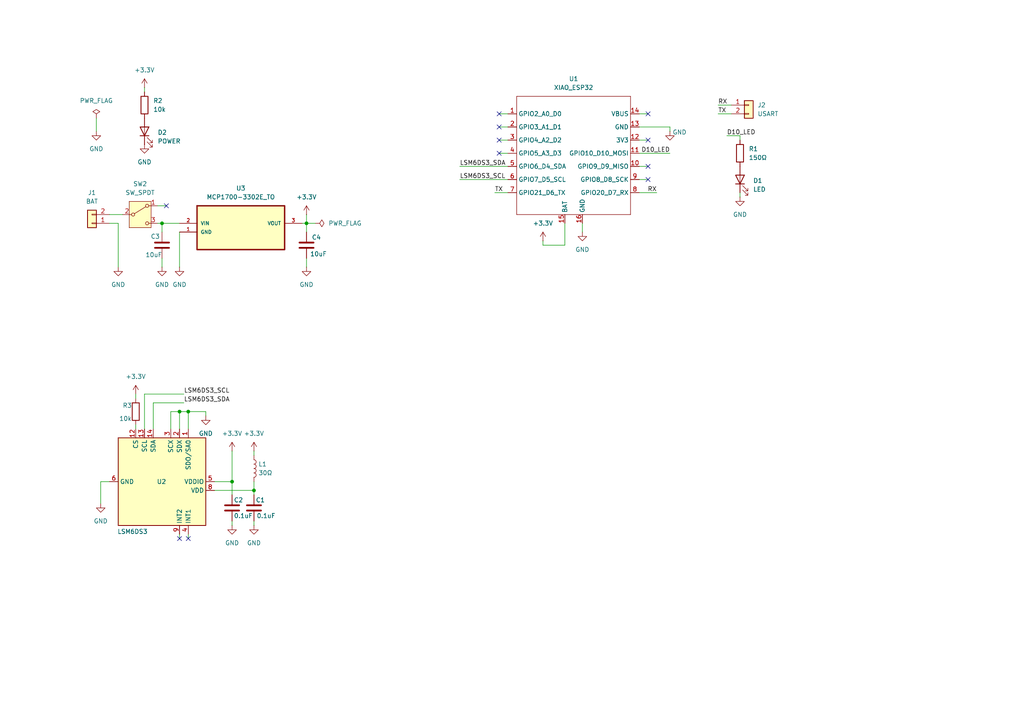
<source format=kicad_sch>
(kicad_sch
	(version 20250114)
	(generator "eeschema")
	(generator_version "9.0")
	(uuid "b7f34276-7516-41d3-a098-75cf38eaa526")
	(paper "A4")
	(lib_symbols
		(symbol "C3_GesrureDriver_Symbols:XIAO_ESP32"
			(exclude_from_sim no)
			(in_bom yes)
			(on_board yes)
			(property "Reference" "U"
				(at -16.256 19.812 0)
				(effects
					(font
						(size 1.27 1.27)
					)
				)
			)
			(property "Value" "XIAO_ESP32"
				(at 15.24 -18.034 0)
				(effects
					(font
						(size 1.27 1.27)
					)
				)
			)
			(property "Footprint" ""
				(at 0 0 0)
				(effects
					(font
						(size 1.27 1.27)
					)
					(hide yes)
				)
			)
			(property "Datasheet" ""
				(at 0 0 0)
				(effects
					(font
						(size 1.27 1.27)
					)
					(hide yes)
				)
			)
			(property "Description" ""
				(at 0 0 0)
				(effects
					(font
						(size 1.27 1.27)
					)
					(hide yes)
				)
			)
			(symbol "XIAO_ESP32_1_0"
				(polyline
					(pts
						(xy -16.51 17.78) (xy 16.51 17.78)
					)
					(stroke
						(width 0.1524)
						(type solid)
					)
					(fill
						(type none)
					)
				)
				(polyline
					(pts
						(xy -16.51 12.7) (xy -16.51 17.78)
					)
					(stroke
						(width 0.1524)
						(type solid)
					)
					(fill
						(type none)
					)
				)
				(polyline
					(pts
						(xy -16.51 8.89) (xy -16.51 12.7)
					)
					(stroke
						(width 0.1524)
						(type solid)
					)
					(fill
						(type none)
					)
				)
				(polyline
					(pts
						(xy -16.51 5.08) (xy -16.51 8.89)
					)
					(stroke
						(width 0.1524)
						(type solid)
					)
					(fill
						(type none)
					)
				)
				(polyline
					(pts
						(xy -16.51 1.27) (xy -16.51 5.08)
					)
					(stroke
						(width 0.1524)
						(type solid)
					)
					(fill
						(type none)
					)
				)
				(polyline
					(pts
						(xy -16.51 -16.51) (xy -16.51 1.27)
					)
					(stroke
						(width 0.1524)
						(type solid)
					)
					(fill
						(type none)
					)
				)
				(polyline
					(pts
						(xy 16.51 17.78) (xy 16.51 12.7)
					)
					(stroke
						(width 0.1524)
						(type solid)
					)
					(fill
						(type none)
					)
				)
				(polyline
					(pts
						(xy 16.51 12.7) (xy 16.51 8.89)
					)
					(stroke
						(width 0.1524)
						(type solid)
					)
					(fill
						(type none)
					)
				)
				(polyline
					(pts
						(xy 16.51 8.89) (xy 16.51 5.08)
					)
					(stroke
						(width 0.1524)
						(type solid)
					)
					(fill
						(type none)
					)
				)
				(polyline
					(pts
						(xy 16.51 5.08) (xy 16.51 -16.51)
					)
					(stroke
						(width 0.1524)
						(type solid)
					)
					(fill
						(type none)
					)
				)
				(polyline
					(pts
						(xy 16.51 -16.51) (xy -16.51 -16.51)
					)
					(stroke
						(width 0.1524)
						(type solid)
					)
					(fill
						(type none)
					)
				)
			)
			(symbol "XIAO_ESP32_1_1"
				(pin passive line
					(at -19.05 12.7 0)
					(length 2.54)
					(name "GPIO2_A0_D0"
						(effects
							(font
								(size 1.27 1.27)
							)
						)
					)
					(number "1"
						(effects
							(font
								(size 1.27 1.27)
							)
						)
					)
				)
				(pin passive line
					(at -19.05 8.89 0)
					(length 2.54)
					(name "GPIO3_A1_D1"
						(effects
							(font
								(size 1.27 1.27)
							)
						)
					)
					(number "2"
						(effects
							(font
								(size 1.27 1.27)
							)
						)
					)
				)
				(pin passive line
					(at -19.05 5.08 0)
					(length 2.54)
					(name "GPIO4_A2_D2"
						(effects
							(font
								(size 1.27 1.27)
							)
						)
					)
					(number "3"
						(effects
							(font
								(size 1.27 1.27)
							)
						)
					)
				)
				(pin passive line
					(at -19.05 1.27 0)
					(length 2.54)
					(name "GPIO5_A3_D3"
						(effects
							(font
								(size 1.27 1.27)
							)
						)
					)
					(number "4"
						(effects
							(font
								(size 1.27 1.27)
							)
						)
					)
				)
				(pin passive line
					(at -19.05 -2.54 0)
					(length 2.54)
					(name "GPIO6_D4_SDA"
						(effects
							(font
								(size 1.27 1.27)
							)
						)
					)
					(number "5"
						(effects
							(font
								(size 1.27 1.27)
							)
						)
					)
				)
				(pin passive line
					(at -19.05 -6.35 0)
					(length 2.54)
					(name "GPIO7_D5_SCL"
						(effects
							(font
								(size 1.27 1.27)
							)
						)
					)
					(number "6"
						(effects
							(font
								(size 1.27 1.27)
							)
						)
					)
				)
				(pin passive line
					(at -19.05 -10.16 0)
					(length 2.54)
					(name "GPIO21_D6_TX"
						(effects
							(font
								(size 1.27 1.27)
							)
						)
					)
					(number "7"
						(effects
							(font
								(size 1.27 1.27)
							)
						)
					)
				)
				(pin passive line
					(at -2.54 -19.05 90)
					(length 2.54)
					(name "BAT"
						(effects
							(font
								(size 1.27 1.27)
							)
						)
					)
					(number "15"
						(effects
							(font
								(size 1.27 1.27)
							)
						)
					)
				)
				(pin passive line
					(at 2.54 -19.05 90)
					(length 2.54)
					(name "GND"
						(effects
							(font
								(size 1.27 1.27)
							)
						)
					)
					(number "16"
						(effects
							(font
								(size 1.27 1.27)
							)
						)
					)
				)
				(pin passive line
					(at 19.05 12.7 180)
					(length 2.54)
					(name "VBUS"
						(effects
							(font
								(size 1.27 1.27)
							)
						)
					)
					(number "14"
						(effects
							(font
								(size 1.27 1.27)
							)
						)
					)
				)
				(pin passive line
					(at 19.05 8.89 180)
					(length 2.54)
					(name "GND"
						(effects
							(font
								(size 1.27 1.27)
							)
						)
					)
					(number "13"
						(effects
							(font
								(size 1.27 1.27)
							)
						)
					)
				)
				(pin passive line
					(at 19.05 5.08 180)
					(length 2.54)
					(name "3V3"
						(effects
							(font
								(size 1.27 1.27)
							)
						)
					)
					(number "12"
						(effects
							(font
								(size 1.27 1.27)
							)
						)
					)
				)
				(pin passive line
					(at 19.05 1.27 180)
					(length 2.54)
					(name "GPIO10_D10_MOSI"
						(effects
							(font
								(size 1.27 1.27)
							)
						)
					)
					(number "11"
						(effects
							(font
								(size 1.27 1.27)
							)
						)
					)
				)
				(pin passive line
					(at 19.05 -2.54 180)
					(length 2.54)
					(name "GPIO9_D9_MISO"
						(effects
							(font
								(size 1.27 1.27)
							)
						)
					)
					(number "10"
						(effects
							(font
								(size 1.27 1.27)
							)
						)
					)
				)
				(pin passive line
					(at 19.05 -6.35 180)
					(length 2.54)
					(name "GPIO8_D8_SCK"
						(effects
							(font
								(size 1.27 1.27)
							)
						)
					)
					(number "9"
						(effects
							(font
								(size 1.27 1.27)
							)
						)
					)
				)
				(pin passive line
					(at 19.05 -10.16 180)
					(length 2.54)
					(name "GPIO20_D7_RX"
						(effects
							(font
								(size 1.27 1.27)
							)
						)
					)
					(number "8"
						(effects
							(font
								(size 1.27 1.27)
							)
						)
					)
				)
			)
			(embedded_fonts no)
		)
		(symbol "Connector_Generic:Conn_01x02"
			(pin_names
				(offset 1.016)
				(hide yes)
			)
			(exclude_from_sim no)
			(in_bom yes)
			(on_board yes)
			(property "Reference" "J"
				(at 0 2.54 0)
				(effects
					(font
						(size 1.27 1.27)
					)
				)
			)
			(property "Value" "Conn_01x02"
				(at 0 -5.08 0)
				(effects
					(font
						(size 1.27 1.27)
					)
				)
			)
			(property "Footprint" ""
				(at 0 0 0)
				(effects
					(font
						(size 1.27 1.27)
					)
					(hide yes)
				)
			)
			(property "Datasheet" "~"
				(at 0 0 0)
				(effects
					(font
						(size 1.27 1.27)
					)
					(hide yes)
				)
			)
			(property "Description" "Generic connector, single row, 01x02, script generated (kicad-library-utils/schlib/autogen/connector/)"
				(at 0 0 0)
				(effects
					(font
						(size 1.27 1.27)
					)
					(hide yes)
				)
			)
			(property "ki_keywords" "connector"
				(at 0 0 0)
				(effects
					(font
						(size 1.27 1.27)
					)
					(hide yes)
				)
			)
			(property "ki_fp_filters" "Connector*:*_1x??_*"
				(at 0 0 0)
				(effects
					(font
						(size 1.27 1.27)
					)
					(hide yes)
				)
			)
			(symbol "Conn_01x02_1_1"
				(rectangle
					(start -1.27 1.27)
					(end 1.27 -3.81)
					(stroke
						(width 0.254)
						(type default)
					)
					(fill
						(type background)
					)
				)
				(rectangle
					(start -1.27 0.127)
					(end 0 -0.127)
					(stroke
						(width 0.1524)
						(type default)
					)
					(fill
						(type none)
					)
				)
				(rectangle
					(start -1.27 -2.413)
					(end 0 -2.667)
					(stroke
						(width 0.1524)
						(type default)
					)
					(fill
						(type none)
					)
				)
				(pin passive line
					(at -5.08 0 0)
					(length 3.81)
					(name "Pin_1"
						(effects
							(font
								(size 1.27 1.27)
							)
						)
					)
					(number "1"
						(effects
							(font
								(size 1.27 1.27)
							)
						)
					)
				)
				(pin passive line
					(at -5.08 -2.54 0)
					(length 3.81)
					(name "Pin_2"
						(effects
							(font
								(size 1.27 1.27)
							)
						)
					)
					(number "2"
						(effects
							(font
								(size 1.27 1.27)
							)
						)
					)
				)
			)
			(embedded_fonts no)
		)
		(symbol "Device:C"
			(pin_numbers
				(hide yes)
			)
			(pin_names
				(offset 0.254)
			)
			(exclude_from_sim no)
			(in_bom yes)
			(on_board yes)
			(property "Reference" "C"
				(at 0.635 2.54 0)
				(effects
					(font
						(size 1.27 1.27)
					)
					(justify left)
				)
			)
			(property "Value" "C"
				(at 0.635 -2.54 0)
				(effects
					(font
						(size 1.27 1.27)
					)
					(justify left)
				)
			)
			(property "Footprint" ""
				(at 0.9652 -3.81 0)
				(effects
					(font
						(size 1.27 1.27)
					)
					(hide yes)
				)
			)
			(property "Datasheet" "~"
				(at 0 0 0)
				(effects
					(font
						(size 1.27 1.27)
					)
					(hide yes)
				)
			)
			(property "Description" "Unpolarized capacitor"
				(at 0 0 0)
				(effects
					(font
						(size 1.27 1.27)
					)
					(hide yes)
				)
			)
			(property "ki_keywords" "cap capacitor"
				(at 0 0 0)
				(effects
					(font
						(size 1.27 1.27)
					)
					(hide yes)
				)
			)
			(property "ki_fp_filters" "C_*"
				(at 0 0 0)
				(effects
					(font
						(size 1.27 1.27)
					)
					(hide yes)
				)
			)
			(symbol "C_0_1"
				(polyline
					(pts
						(xy -2.032 0.762) (xy 2.032 0.762)
					)
					(stroke
						(width 0.508)
						(type default)
					)
					(fill
						(type none)
					)
				)
				(polyline
					(pts
						(xy -2.032 -0.762) (xy 2.032 -0.762)
					)
					(stroke
						(width 0.508)
						(type default)
					)
					(fill
						(type none)
					)
				)
			)
			(symbol "C_1_1"
				(pin passive line
					(at 0 3.81 270)
					(length 2.794)
					(name "~"
						(effects
							(font
								(size 1.27 1.27)
							)
						)
					)
					(number "1"
						(effects
							(font
								(size 1.27 1.27)
							)
						)
					)
				)
				(pin passive line
					(at 0 -3.81 90)
					(length 2.794)
					(name "~"
						(effects
							(font
								(size 1.27 1.27)
							)
						)
					)
					(number "2"
						(effects
							(font
								(size 1.27 1.27)
							)
						)
					)
				)
			)
			(embedded_fonts no)
		)
		(symbol "Device:L"
			(pin_numbers
				(hide yes)
			)
			(pin_names
				(offset 1.016)
				(hide yes)
			)
			(exclude_from_sim no)
			(in_bom yes)
			(on_board yes)
			(property "Reference" "L"
				(at -1.27 0 90)
				(effects
					(font
						(size 1.27 1.27)
					)
				)
			)
			(property "Value" "L"
				(at 1.905 0 90)
				(effects
					(font
						(size 1.27 1.27)
					)
				)
			)
			(property "Footprint" ""
				(at 0 0 0)
				(effects
					(font
						(size 1.27 1.27)
					)
					(hide yes)
				)
			)
			(property "Datasheet" "~"
				(at 0 0 0)
				(effects
					(font
						(size 1.27 1.27)
					)
					(hide yes)
				)
			)
			(property "Description" "Inductor"
				(at 0 0 0)
				(effects
					(font
						(size 1.27 1.27)
					)
					(hide yes)
				)
			)
			(property "ki_keywords" "inductor choke coil reactor magnetic"
				(at 0 0 0)
				(effects
					(font
						(size 1.27 1.27)
					)
					(hide yes)
				)
			)
			(property "ki_fp_filters" "Choke_* *Coil* Inductor_* L_*"
				(at 0 0 0)
				(effects
					(font
						(size 1.27 1.27)
					)
					(hide yes)
				)
			)
			(symbol "L_0_1"
				(arc
					(start 0 2.54)
					(mid 0.6323 1.905)
					(end 0 1.27)
					(stroke
						(width 0)
						(type default)
					)
					(fill
						(type none)
					)
				)
				(arc
					(start 0 1.27)
					(mid 0.6323 0.635)
					(end 0 0)
					(stroke
						(width 0)
						(type default)
					)
					(fill
						(type none)
					)
				)
				(arc
					(start 0 0)
					(mid 0.6323 -0.635)
					(end 0 -1.27)
					(stroke
						(width 0)
						(type default)
					)
					(fill
						(type none)
					)
				)
				(arc
					(start 0 -1.27)
					(mid 0.6323 -1.905)
					(end 0 -2.54)
					(stroke
						(width 0)
						(type default)
					)
					(fill
						(type none)
					)
				)
			)
			(symbol "L_1_1"
				(pin passive line
					(at 0 3.81 270)
					(length 1.27)
					(name "1"
						(effects
							(font
								(size 1.27 1.27)
							)
						)
					)
					(number "1"
						(effects
							(font
								(size 1.27 1.27)
							)
						)
					)
				)
				(pin passive line
					(at 0 -3.81 90)
					(length 1.27)
					(name "2"
						(effects
							(font
								(size 1.27 1.27)
							)
						)
					)
					(number "2"
						(effects
							(font
								(size 1.27 1.27)
							)
						)
					)
				)
			)
			(embedded_fonts no)
		)
		(symbol "Device:LED"
			(pin_numbers
				(hide yes)
			)
			(pin_names
				(offset 1.016)
				(hide yes)
			)
			(exclude_from_sim no)
			(in_bom yes)
			(on_board yes)
			(property "Reference" "D"
				(at 0 2.54 0)
				(effects
					(font
						(size 1.27 1.27)
					)
				)
			)
			(property "Value" "LED"
				(at 0 -2.54 0)
				(effects
					(font
						(size 1.27 1.27)
					)
				)
			)
			(property "Footprint" ""
				(at 0 0 0)
				(effects
					(font
						(size 1.27 1.27)
					)
					(hide yes)
				)
			)
			(property "Datasheet" "~"
				(at 0 0 0)
				(effects
					(font
						(size 1.27 1.27)
					)
					(hide yes)
				)
			)
			(property "Description" "Light emitting diode"
				(at 0 0 0)
				(effects
					(font
						(size 1.27 1.27)
					)
					(hide yes)
				)
			)
			(property "Sim.Pins" "1=K 2=A"
				(at 0 0 0)
				(effects
					(font
						(size 1.27 1.27)
					)
					(hide yes)
				)
			)
			(property "ki_keywords" "LED diode"
				(at 0 0 0)
				(effects
					(font
						(size 1.27 1.27)
					)
					(hide yes)
				)
			)
			(property "ki_fp_filters" "LED* LED_SMD:* LED_THT:*"
				(at 0 0 0)
				(effects
					(font
						(size 1.27 1.27)
					)
					(hide yes)
				)
			)
			(symbol "LED_0_1"
				(polyline
					(pts
						(xy -3.048 -0.762) (xy -4.572 -2.286) (xy -3.81 -2.286) (xy -4.572 -2.286) (xy -4.572 -1.524)
					)
					(stroke
						(width 0)
						(type default)
					)
					(fill
						(type none)
					)
				)
				(polyline
					(pts
						(xy -1.778 -0.762) (xy -3.302 -2.286) (xy -2.54 -2.286) (xy -3.302 -2.286) (xy -3.302 -1.524)
					)
					(stroke
						(width 0)
						(type default)
					)
					(fill
						(type none)
					)
				)
				(polyline
					(pts
						(xy -1.27 0) (xy 1.27 0)
					)
					(stroke
						(width 0)
						(type default)
					)
					(fill
						(type none)
					)
				)
				(polyline
					(pts
						(xy -1.27 -1.27) (xy -1.27 1.27)
					)
					(stroke
						(width 0.254)
						(type default)
					)
					(fill
						(type none)
					)
				)
				(polyline
					(pts
						(xy 1.27 -1.27) (xy 1.27 1.27) (xy -1.27 0) (xy 1.27 -1.27)
					)
					(stroke
						(width 0.254)
						(type default)
					)
					(fill
						(type none)
					)
				)
			)
			(symbol "LED_1_1"
				(pin passive line
					(at -3.81 0 0)
					(length 2.54)
					(name "K"
						(effects
							(font
								(size 1.27 1.27)
							)
						)
					)
					(number "1"
						(effects
							(font
								(size 1.27 1.27)
							)
						)
					)
				)
				(pin passive line
					(at 3.81 0 180)
					(length 2.54)
					(name "A"
						(effects
							(font
								(size 1.27 1.27)
							)
						)
					)
					(number "2"
						(effects
							(font
								(size 1.27 1.27)
							)
						)
					)
				)
			)
			(embedded_fonts no)
		)
		(symbol "Device:R"
			(pin_numbers
				(hide yes)
			)
			(pin_names
				(offset 0)
			)
			(exclude_from_sim no)
			(in_bom yes)
			(on_board yes)
			(property "Reference" "R"
				(at 2.032 0 90)
				(effects
					(font
						(size 1.27 1.27)
					)
				)
			)
			(property "Value" "R"
				(at 0 0 90)
				(effects
					(font
						(size 1.27 1.27)
					)
				)
			)
			(property "Footprint" ""
				(at -1.778 0 90)
				(effects
					(font
						(size 1.27 1.27)
					)
					(hide yes)
				)
			)
			(property "Datasheet" "~"
				(at 0 0 0)
				(effects
					(font
						(size 1.27 1.27)
					)
					(hide yes)
				)
			)
			(property "Description" "Resistor"
				(at 0 0 0)
				(effects
					(font
						(size 1.27 1.27)
					)
					(hide yes)
				)
			)
			(property "ki_keywords" "R res resistor"
				(at 0 0 0)
				(effects
					(font
						(size 1.27 1.27)
					)
					(hide yes)
				)
			)
			(property "ki_fp_filters" "R_*"
				(at 0 0 0)
				(effects
					(font
						(size 1.27 1.27)
					)
					(hide yes)
				)
			)
			(symbol "R_0_1"
				(rectangle
					(start -1.016 -2.54)
					(end 1.016 2.54)
					(stroke
						(width 0.254)
						(type default)
					)
					(fill
						(type none)
					)
				)
			)
			(symbol "R_1_1"
				(pin passive line
					(at 0 3.81 270)
					(length 1.27)
					(name "~"
						(effects
							(font
								(size 1.27 1.27)
							)
						)
					)
					(number "1"
						(effects
							(font
								(size 1.27 1.27)
							)
						)
					)
				)
				(pin passive line
					(at 0 -3.81 90)
					(length 1.27)
					(name "~"
						(effects
							(font
								(size 1.27 1.27)
							)
						)
					)
					(number "2"
						(effects
							(font
								(size 1.27 1.27)
							)
						)
					)
				)
			)
			(embedded_fonts no)
		)
		(symbol "MCP1700-3302E_TO:MCP1700-3302E_TO"
			(pin_names
				(offset 1.016)
			)
			(exclude_from_sim no)
			(in_bom yes)
			(on_board yes)
			(property "Reference" "U3"
				(at 0 7.62 0)
				(effects
					(font
						(size 1.27 1.27)
					)
				)
			)
			(property "Value" "MCP1700-3302E_TO"
				(at 0 5.08 0)
				(effects
					(font
						(size 1.27 1.27)
					)
				)
			)
			(property "Footprint" "MCP1700-3302E_TO:TO127P254X495-3"
				(at 0 0 0)
				(effects
					(font
						(size 1.27 1.27)
					)
					(justify bottom)
					(hide yes)
				)
			)
			(property "Datasheet" ""
				(at 0 0 0)
				(effects
					(font
						(size 1.27 1.27)
					)
					(hide yes)
				)
			)
			(property "Description" ""
				(at 0 0 0)
				(effects
					(font
						(size 1.27 1.27)
					)
					(hide yes)
				)
			)
			(property "MF" "Microchip"
				(at 0 0 0)
				(effects
					(font
						(size 1.27 1.27)
					)
					(justify bottom)
					(hide yes)
				)
			)
			(property "Description_1" "Pwr Sply Func,Voltage Regulator,LDO,TO-92,PD 644mW,VO 3.3V,Regline +/-0.75%/V | Microchip Technology Inc. MCP1700-3302E/TO"
				(at 0 0 0)
				(effects
					(font
						(size 1.27 1.27)
					)
					(justify bottom)
					(hide yes)
				)
			)
			(property "PACKAGE" "TO-92"
				(at 0 0 0)
				(effects
					(font
						(size 1.27 1.27)
					)
					(justify bottom)
					(hide yes)
				)
			)
			(property "MPN" "MCP1700-3302E/TO"
				(at 0 0 0)
				(effects
					(font
						(size 1.27 1.27)
					)
					(justify bottom)
					(hide yes)
				)
			)
			(property "Price" "None"
				(at 0 0 0)
				(effects
					(font
						(size 1.27 1.27)
					)
					(justify bottom)
					(hide yes)
				)
			)
			(property "Package" "TO-92 Supertex"
				(at 0 0 0)
				(effects
					(font
						(size 1.27 1.27)
					)
					(justify bottom)
					(hide yes)
				)
			)
			(property "OC_FARNELL" "1331481"
				(at 0 0 0)
				(effects
					(font
						(size 1.27 1.27)
					)
					(justify bottom)
					(hide yes)
				)
			)
			(property "SnapEDA_Link" "https://www.snapeda.com/parts/MCP1700-3302E/TO/Microchip+Technology/view-part/?ref=snap"
				(at 0 0 0)
				(effects
					(font
						(size 1.27 1.27)
					)
					(justify bottom)
					(hide yes)
				)
			)
			(property "MP" "MCP1700-3302E/TO"
				(at 0 0 0)
				(effects
					(font
						(size 1.27 1.27)
					)
					(justify bottom)
					(hide yes)
				)
			)
			(property "SUPPLIER" "Microchip"
				(at 0 0 0)
				(effects
					(font
						(size 1.27 1.27)
					)
					(justify bottom)
					(hide yes)
				)
			)
			(property "OC_NEWARK" "34M7415"
				(at 0 0 0)
				(effects
					(font
						(size 1.27 1.27)
					)
					(justify bottom)
					(hide yes)
				)
			)
			(property "Availability" "In Stock"
				(at 0 0 0)
				(effects
					(font
						(size 1.27 1.27)
					)
					(justify bottom)
					(hide yes)
				)
			)
			(property "Check_prices" "https://www.snapeda.com/parts/MCP1700-3302E/TO/Microchip+Technology/view-part/?ref=eda"
				(at 0 0 0)
				(effects
					(font
						(size 1.27 1.27)
					)
					(justify bottom)
					(hide yes)
				)
			)
			(symbol "MCP1700-3302E_TO_0_0"
				(rectangle
					(start -12.7 -10.16)
					(end 12.7 2.54)
					(stroke
						(width 0.4064)
						(type default)
					)
					(fill
						(type background)
					)
				)
				(pin input line
					(at -17.78 -2.54 0)
					(length 5.08)
					(name "VIN"
						(effects
							(font
								(size 1.016 1.016)
							)
						)
					)
					(number "2"
						(effects
							(font
								(size 1.016 1.016)
							)
						)
					)
				)
				(pin passive line
					(at -17.78 -5.08 0)
					(length 5.08)
					(name "GND"
						(effects
							(font
								(size 1.016 1.016)
							)
						)
					)
					(number "1"
						(effects
							(font
								(size 1.016 1.016)
							)
						)
					)
				)
			)
			(symbol "MCP1700-3302E_TO_1_0"
				(pin passive line
					(at 17.78 -2.54 180)
					(length 5.08)
					(name "VOUT"
						(effects
							(font
								(size 1.016 1.016)
							)
						)
					)
					(number "3"
						(effects
							(font
								(size 1.016 1.016)
							)
						)
					)
				)
			)
			(embedded_fonts no)
		)
		(symbol "Sensor_Motion:LSM6DS3"
			(exclude_from_sim no)
			(in_bom yes)
			(on_board yes)
			(property "Reference" "U2"
				(at 0 -1.524 90)
				(effects
					(font
						(size 1.27 1.27)
					)
					(justify left)
				)
			)
			(property "Value" "LSM6DS3"
				(at 14.478 -12.954 90)
				(effects
					(font
						(size 1.27 1.27)
					)
					(justify left)
				)
			)
			(property "Footprint" "Package_LGA:LGA-14_3x2.5mm_P0.5mm_LayoutBorder3x4y"
				(at -10.16 -17.78 0)
				(effects
					(font
						(size 1.27 1.27)
					)
					(justify left)
					(hide yes)
				)
			)
			(property "Datasheet" "https://www.st.com/resource/en/datasheet/lsm6ds3tr-c.pdf"
				(at 2.54 -16.51 0)
				(effects
					(font
						(size 1.27 1.27)
					)
					(hide yes)
				)
			)
			(property "Description" "I2C/SPI, iNEMO inertial module: always-on 3D accelerometer and 3D gyroscope"
				(at 0 0 0)
				(effects
					(font
						(size 1.27 1.27)
					)
					(hide yes)
				)
			)
			(property "ki_keywords" "Accelerometer Gyroscope MEMS"
				(at 0 0 0)
				(effects
					(font
						(size 1.27 1.27)
					)
					(hide yes)
				)
			)
			(property "ki_fp_filters" "LGA*3x2.5mm*P0.5mm*LayoutBorder3x4y*"
				(at 0 0 0)
				(effects
					(font
						(size 1.27 1.27)
					)
					(hide yes)
				)
			)
			(symbol "LSM6DS3_0_1"
				(rectangle
					(start -12.7 12.7)
					(end 12.7 -12.7)
					(stroke
						(width 0.254)
						(type default)
					)
					(fill
						(type background)
					)
				)
			)
			(symbol "LSM6DS3_1_1"
				(pin bidirectional line
					(at -15.24 7.62 0)
					(length 2.54)
					(name "SDO/SA0"
						(effects
							(font
								(size 1.27 1.27)
							)
						)
					)
					(number "1"
						(effects
							(font
								(size 1.27 1.27)
							)
						)
					)
				)
				(pin bidirectional line
					(at -15.24 5.08 0)
					(length 2.54)
					(name "SDX"
						(effects
							(font
								(size 1.27 1.27)
							)
						)
					)
					(number "2"
						(effects
							(font
								(size 1.27 1.27)
							)
						)
					)
				)
				(pin input line
					(at -15.24 2.54 0)
					(length 2.54)
					(name "SCX"
						(effects
							(font
								(size 1.27 1.27)
							)
						)
					)
					(number "3"
						(effects
							(font
								(size 1.27 1.27)
							)
						)
					)
				)
				(pin bidirectional line
					(at -15.24 -2.54 0)
					(length 2.54)
					(name "SDA"
						(effects
							(font
								(size 1.27 1.27)
							)
						)
					)
					(number "14"
						(effects
							(font
								(size 1.27 1.27)
							)
						)
					)
				)
				(pin input line
					(at -15.24 -5.08 0)
					(length 2.54)
					(name "SCL"
						(effects
							(font
								(size 1.27 1.27)
							)
						)
					)
					(number "13"
						(effects
							(font
								(size 1.27 1.27)
							)
						)
					)
				)
				(pin input line
					(at -15.24 -7.62 0)
					(length 2.54)
					(name "CS"
						(effects
							(font
								(size 1.27 1.27)
							)
						)
					)
					(number "12"
						(effects
							(font
								(size 1.27 1.27)
							)
						)
					)
				)
				(pin power_in line
					(at 0 15.24 270)
					(length 2.54)
					(name "VDDIO"
						(effects
							(font
								(size 1.27 1.27)
							)
						)
					)
					(number "5"
						(effects
							(font
								(size 1.27 1.27)
							)
						)
					)
				)
				(pin power_in line
					(at 0 -15.24 90)
					(length 2.54)
					(name "GND"
						(effects
							(font
								(size 1.27 1.27)
							)
						)
					)
					(number "6"
						(effects
							(font
								(size 1.27 1.27)
							)
						)
					)
				)
				(pin passive line
					(at 0 -15.24 90)
					(length 2.54)
					(hide yes)
					(name "GND"
						(effects
							(font
								(size 1.27 1.27)
							)
						)
					)
					(number "7"
						(effects
							(font
								(size 1.27 1.27)
							)
						)
					)
				)
				(pin passive line
					(at 2.54 15.24 270)
					(length 2.54)
					(name "VDD"
						(effects
							(font
								(size 1.27 1.27)
							)
						)
					)
					(number "8"
						(effects
							(font
								(size 1.27 1.27)
							)
						)
					)
				)
				(pin no_connect line
					(at 12.7 -2.54 180)
					(length 3.81)
					(hide yes)
					(name "NC"
						(effects
							(font
								(size 1.27 1.27)
							)
						)
					)
					(number "11"
						(effects
							(font
								(size 1.27 1.27)
							)
						)
					)
				)
				(pin no_connect line
					(at 12.7 -5.08 180)
					(length 3.81)
					(hide yes)
					(name "NC"
						(effects
							(font
								(size 1.27 1.27)
							)
						)
					)
					(number "10"
						(effects
							(font
								(size 1.27 1.27)
							)
						)
					)
				)
				(pin output line
					(at 15.24 7.62 180)
					(length 2.54)
					(name "INT1"
						(effects
							(font
								(size 1.27 1.27)
							)
						)
					)
					(number "4"
						(effects
							(font
								(size 1.27 1.27)
							)
						)
					)
				)
				(pin output line
					(at 15.24 5.08 180)
					(length 2.54)
					(name "INT2"
						(effects
							(font
								(size 1.27 1.27)
							)
						)
					)
					(number "9"
						(effects
							(font
								(size 1.27 1.27)
							)
						)
					)
				)
			)
			(embedded_fonts no)
		)
		(symbol "Switch:SW_SPDT"
			(pin_names
				(offset 0)
				(hide yes)
			)
			(exclude_from_sim no)
			(in_bom yes)
			(on_board yes)
			(property "Reference" "SW"
				(at 0 5.08 0)
				(effects
					(font
						(size 1.27 1.27)
					)
				)
			)
			(property "Value" "SW_SPDT"
				(at 0 -5.08 0)
				(effects
					(font
						(size 1.27 1.27)
					)
				)
			)
			(property "Footprint" ""
				(at 0 0 0)
				(effects
					(font
						(size 1.27 1.27)
					)
					(hide yes)
				)
			)
			(property "Datasheet" "~"
				(at 0 -7.62 0)
				(effects
					(font
						(size 1.27 1.27)
					)
					(hide yes)
				)
			)
			(property "Description" "Switch, single pole double throw"
				(at 0 0 0)
				(effects
					(font
						(size 1.27 1.27)
					)
					(hide yes)
				)
			)
			(property "ki_keywords" "switch single-pole double-throw spdt ON-ON"
				(at 0 0 0)
				(effects
					(font
						(size 1.27 1.27)
					)
					(hide yes)
				)
			)
			(symbol "SW_SPDT_0_1"
				(circle
					(center -2.032 0)
					(radius 0.4572)
					(stroke
						(width 0)
						(type default)
					)
					(fill
						(type none)
					)
				)
				(polyline
					(pts
						(xy -1.651 0.254) (xy 1.651 2.286)
					)
					(stroke
						(width 0)
						(type default)
					)
					(fill
						(type none)
					)
				)
				(circle
					(center 2.032 2.54)
					(radius 0.4572)
					(stroke
						(width 0)
						(type default)
					)
					(fill
						(type none)
					)
				)
				(circle
					(center 2.032 -2.54)
					(radius 0.4572)
					(stroke
						(width 0)
						(type default)
					)
					(fill
						(type none)
					)
				)
			)
			(symbol "SW_SPDT_1_1"
				(rectangle
					(start -3.175 3.81)
					(end 3.175 -3.81)
					(stroke
						(width 0)
						(type default)
					)
					(fill
						(type background)
					)
				)
				(pin passive line
					(at -5.08 0 0)
					(length 2.54)
					(name "B"
						(effects
							(font
								(size 1.27 1.27)
							)
						)
					)
					(number "2"
						(effects
							(font
								(size 1.27 1.27)
							)
						)
					)
				)
				(pin passive line
					(at 5.08 2.54 180)
					(length 2.54)
					(name "A"
						(effects
							(font
								(size 1.27 1.27)
							)
						)
					)
					(number "1"
						(effects
							(font
								(size 1.27 1.27)
							)
						)
					)
				)
				(pin passive line
					(at 5.08 -2.54 180)
					(length 2.54)
					(name "C"
						(effects
							(font
								(size 1.27 1.27)
							)
						)
					)
					(number "3"
						(effects
							(font
								(size 1.27 1.27)
							)
						)
					)
				)
			)
			(embedded_fonts no)
		)
		(symbol "power:+3.3V"
			(power)
			(pin_numbers
				(hide yes)
			)
			(pin_names
				(offset 0)
				(hide yes)
			)
			(exclude_from_sim no)
			(in_bom yes)
			(on_board yes)
			(property "Reference" "#PWR"
				(at 0 -3.81 0)
				(effects
					(font
						(size 1.27 1.27)
					)
					(hide yes)
				)
			)
			(property "Value" "+3.3V"
				(at 0 3.556 0)
				(effects
					(font
						(size 1.27 1.27)
					)
				)
			)
			(property "Footprint" ""
				(at 0 0 0)
				(effects
					(font
						(size 1.27 1.27)
					)
					(hide yes)
				)
			)
			(property "Datasheet" ""
				(at 0 0 0)
				(effects
					(font
						(size 1.27 1.27)
					)
					(hide yes)
				)
			)
			(property "Description" "Power symbol creates a global label with name \"+3.3V\""
				(at 0 0 0)
				(effects
					(font
						(size 1.27 1.27)
					)
					(hide yes)
				)
			)
			(property "ki_keywords" "global power"
				(at 0 0 0)
				(effects
					(font
						(size 1.27 1.27)
					)
					(hide yes)
				)
			)
			(symbol "+3.3V_0_1"
				(polyline
					(pts
						(xy -0.762 1.27) (xy 0 2.54)
					)
					(stroke
						(width 0)
						(type default)
					)
					(fill
						(type none)
					)
				)
				(polyline
					(pts
						(xy 0 2.54) (xy 0.762 1.27)
					)
					(stroke
						(width 0)
						(type default)
					)
					(fill
						(type none)
					)
				)
				(polyline
					(pts
						(xy 0 0) (xy 0 2.54)
					)
					(stroke
						(width 0)
						(type default)
					)
					(fill
						(type none)
					)
				)
			)
			(symbol "+3.3V_1_1"
				(pin power_in line
					(at 0 0 90)
					(length 0)
					(name "~"
						(effects
							(font
								(size 1.27 1.27)
							)
						)
					)
					(number "1"
						(effects
							(font
								(size 1.27 1.27)
							)
						)
					)
				)
			)
			(embedded_fonts no)
		)
		(symbol "power:GND"
			(power)
			(pin_numbers
				(hide yes)
			)
			(pin_names
				(offset 0)
				(hide yes)
			)
			(exclude_from_sim no)
			(in_bom yes)
			(on_board yes)
			(property "Reference" "#PWR"
				(at 0 -6.35 0)
				(effects
					(font
						(size 1.27 1.27)
					)
					(hide yes)
				)
			)
			(property "Value" "GND"
				(at 0 -3.81 0)
				(effects
					(font
						(size 1.27 1.27)
					)
				)
			)
			(property "Footprint" ""
				(at 0 0 0)
				(effects
					(font
						(size 1.27 1.27)
					)
					(hide yes)
				)
			)
			(property "Datasheet" ""
				(at 0 0 0)
				(effects
					(font
						(size 1.27 1.27)
					)
					(hide yes)
				)
			)
			(property "Description" "Power symbol creates a global label with name \"GND\" , ground"
				(at 0 0 0)
				(effects
					(font
						(size 1.27 1.27)
					)
					(hide yes)
				)
			)
			(property "ki_keywords" "global power"
				(at 0 0 0)
				(effects
					(font
						(size 1.27 1.27)
					)
					(hide yes)
				)
			)
			(symbol "GND_0_1"
				(polyline
					(pts
						(xy 0 0) (xy 0 -1.27) (xy 1.27 -1.27) (xy 0 -2.54) (xy -1.27 -1.27) (xy 0 -1.27)
					)
					(stroke
						(width 0)
						(type default)
					)
					(fill
						(type none)
					)
				)
			)
			(symbol "GND_1_1"
				(pin power_in line
					(at 0 0 270)
					(length 0)
					(name "~"
						(effects
							(font
								(size 1.27 1.27)
							)
						)
					)
					(number "1"
						(effects
							(font
								(size 1.27 1.27)
							)
						)
					)
				)
			)
			(embedded_fonts no)
		)
		(symbol "power:PWR_FLAG"
			(power)
			(pin_numbers
				(hide yes)
			)
			(pin_names
				(offset 0)
				(hide yes)
			)
			(exclude_from_sim no)
			(in_bom yes)
			(on_board yes)
			(property "Reference" "#FLG"
				(at 0 1.905 0)
				(effects
					(font
						(size 1.27 1.27)
					)
					(hide yes)
				)
			)
			(property "Value" "PWR_FLAG"
				(at 0 3.81 0)
				(effects
					(font
						(size 1.27 1.27)
					)
				)
			)
			(property "Footprint" ""
				(at 0 0 0)
				(effects
					(font
						(size 1.27 1.27)
					)
					(hide yes)
				)
			)
			(property "Datasheet" "~"
				(at 0 0 0)
				(effects
					(font
						(size 1.27 1.27)
					)
					(hide yes)
				)
			)
			(property "Description" "Special symbol for telling ERC where power comes from"
				(at 0 0 0)
				(effects
					(font
						(size 1.27 1.27)
					)
					(hide yes)
				)
			)
			(property "ki_keywords" "flag power"
				(at 0 0 0)
				(effects
					(font
						(size 1.27 1.27)
					)
					(hide yes)
				)
			)
			(symbol "PWR_FLAG_0_0"
				(pin power_out line
					(at 0 0 90)
					(length 0)
					(name "~"
						(effects
							(font
								(size 1.27 1.27)
							)
						)
					)
					(number "1"
						(effects
							(font
								(size 1.27 1.27)
							)
						)
					)
				)
			)
			(symbol "PWR_FLAG_0_1"
				(polyline
					(pts
						(xy 0 0) (xy 0 1.27) (xy -1.016 1.905) (xy 0 2.54) (xy 1.016 1.905) (xy 0 1.27)
					)
					(stroke
						(width 0)
						(type default)
					)
					(fill
						(type none)
					)
				)
			)
			(embedded_fonts no)
		)
	)
	(junction
		(at 73.66 142.24)
		(diameter 0)
		(color 0 0 0 0)
		(uuid "047b2ff0-bb10-4647-8179-5349bcd30807")
	)
	(junction
		(at 67.31 139.7)
		(diameter 0)
		(color 0 0 0 0)
		(uuid "4ff10cb0-3d47-4f40-9fe2-30f1d5ca722a")
	)
	(junction
		(at 54.61 119.38)
		(diameter 0)
		(color 0 0 0 0)
		(uuid "5417f3b8-c630-4577-a1b1-5caf4b2005cc")
	)
	(junction
		(at 88.9 64.77)
		(diameter 0)
		(color 0 0 0 0)
		(uuid "9ef7b7f4-277c-4077-883d-757a601d7712")
	)
	(junction
		(at 46.99 64.77)
		(diameter 0)
		(color 0 0 0 0)
		(uuid "a692df43-a4f5-4c5d-b797-54bf7033f90f")
	)
	(junction
		(at 52.07 119.38)
		(diameter 0)
		(color 0 0 0 0)
		(uuid "f7e76e31-d984-4cfd-9c76-9e31b8ee7ec3")
	)
	(no_connect
		(at 144.78 44.45)
		(uuid "044337a2-712a-43cf-a18a-7a6f020f6243")
	)
	(no_connect
		(at 54.61 156.21)
		(uuid "070ce0f2-ea82-4389-a352-536fabb5d5c7")
	)
	(no_connect
		(at 48.26 59.69)
		(uuid "39a0c214-b42b-4804-8a77-19cafc9a6f48")
	)
	(no_connect
		(at 144.78 33.02)
		(uuid "50285669-5eed-4286-8574-7302e0e8ff2c")
	)
	(no_connect
		(at 52.07 156.21)
		(uuid "5229dd00-b5d3-4036-be0e-cabc177edae7")
	)
	(no_connect
		(at 144.78 40.64)
		(uuid "6c828f45-33fc-4ac9-a440-948b8a813e9b")
	)
	(no_connect
		(at 144.78 36.83)
		(uuid "812effa1-dbc2-48f1-81b3-fa38da28a136")
	)
	(no_connect
		(at 187.96 52.07)
		(uuid "af69e2dd-0a8d-4a31-9db5-0c99e44878ab")
	)
	(no_connect
		(at 187.96 48.26)
		(uuid "cde07346-9c00-43d5-b39d-90390771cbf2")
	)
	(no_connect
		(at 187.96 40.64)
		(uuid "f46ef583-e152-4499-a148-6039e688e45a")
	)
	(no_connect
		(at 187.96 33.02)
		(uuid "f87d4e1b-7ce8-4a05-88ef-c045332f3124")
	)
	(wire
		(pts
			(xy 41.91 114.3) (xy 41.91 124.46)
		)
		(stroke
			(width 0)
			(type default)
		)
		(uuid "004802f5-731c-4988-92b4-4231f17d2025")
	)
	(wire
		(pts
			(xy 185.42 40.64) (xy 187.96 40.64)
		)
		(stroke
			(width 0)
			(type default)
		)
		(uuid "00cc4f63-41e7-49eb-853c-8a43f11a7d98")
	)
	(wire
		(pts
			(xy 157.48 71.12) (xy 157.48 69.85)
		)
		(stroke
			(width 0)
			(type default)
		)
		(uuid "039f0627-0495-4b4c-a4f1-8d4515cd7f72")
	)
	(wire
		(pts
			(xy 185.42 48.26) (xy 187.96 48.26)
		)
		(stroke
			(width 0)
			(type default)
		)
		(uuid "0bceec91-a79a-4a94-8a6f-859de3160f69")
	)
	(wire
		(pts
			(xy 46.99 67.31) (xy 46.99 64.77)
		)
		(stroke
			(width 0)
			(type default)
		)
		(uuid "0df7bd7b-4332-482b-8525-a541c0d26a04")
	)
	(wire
		(pts
			(xy 67.31 139.7) (xy 67.31 143.51)
		)
		(stroke
			(width 0)
			(type default)
		)
		(uuid "0e5acafc-1bc6-4610-9c1f-73a5e76e021e")
	)
	(wire
		(pts
			(xy 144.78 33.02) (xy 147.32 33.02)
		)
		(stroke
			(width 0)
			(type default)
		)
		(uuid "0feb66a6-192f-4991-acc4-90db1a543f00")
	)
	(wire
		(pts
			(xy 73.66 130.81) (xy 73.66 132.08)
		)
		(stroke
			(width 0)
			(type default)
		)
		(uuid "10de6c93-c3e5-4380-a172-18188abcd3f1")
	)
	(wire
		(pts
			(xy 67.31 130.81) (xy 67.31 139.7)
		)
		(stroke
			(width 0)
			(type default)
		)
		(uuid "12795a60-367f-4cf3-83be-36f402f73799")
	)
	(wire
		(pts
			(xy 88.9 74.93) (xy 88.9 77.47)
		)
		(stroke
			(width 0)
			(type default)
		)
		(uuid "12889e32-a0d4-44bc-94da-65ae9c014b97")
	)
	(wire
		(pts
			(xy 52.07 154.94) (xy 52.07 156.21)
		)
		(stroke
			(width 0)
			(type default)
		)
		(uuid "18d7629c-a5ca-470b-b8d5-2016baf01158")
	)
	(wire
		(pts
			(xy 54.61 154.94) (xy 54.61 156.21)
		)
		(stroke
			(width 0)
			(type default)
		)
		(uuid "20cf6b6a-327e-4813-81b0-8942a25a8537")
	)
	(wire
		(pts
			(xy 210.82 39.37) (xy 214.63 39.37)
		)
		(stroke
			(width 0)
			(type default)
		)
		(uuid "22eba8eb-09b2-46a3-8076-a4d69d87d2cc")
	)
	(wire
		(pts
			(xy 34.29 64.77) (xy 34.29 77.47)
		)
		(stroke
			(width 0)
			(type default)
		)
		(uuid "24b1b615-6fc3-4977-bcf2-9d7b8ab36d25")
	)
	(wire
		(pts
			(xy 45.72 59.69) (xy 48.26 59.69)
		)
		(stroke
			(width 0)
			(type default)
		)
		(uuid "24ecfade-0d16-4cc0-93e9-8456d6fd807a")
	)
	(wire
		(pts
			(xy 46.99 64.77) (xy 52.07 64.77)
		)
		(stroke
			(width 0)
			(type default)
		)
		(uuid "2592a2e2-0565-4de3-8486-296870ca903f")
	)
	(wire
		(pts
			(xy 144.78 44.45) (xy 147.32 44.45)
		)
		(stroke
			(width 0)
			(type default)
		)
		(uuid "289f2cf1-2cbf-4f76-b700-5965bb9a5d69")
	)
	(wire
		(pts
			(xy 133.35 52.07) (xy 147.32 52.07)
		)
		(stroke
			(width 0)
			(type default)
		)
		(uuid "2a1c17e4-b2fc-4502-b27b-2bc2a6315466")
	)
	(wire
		(pts
			(xy 67.31 151.13) (xy 67.31 152.4)
		)
		(stroke
			(width 0)
			(type default)
		)
		(uuid "2b7ab72e-5c79-44b1-b436-2b2f5c638665")
	)
	(wire
		(pts
			(xy 39.37 115.57) (xy 39.37 114.3)
		)
		(stroke
			(width 0)
			(type default)
		)
		(uuid "2cf7ae35-d520-4cca-a306-d9dded02bd41")
	)
	(wire
		(pts
			(xy 88.9 62.23) (xy 88.9 64.77)
		)
		(stroke
			(width 0)
			(type default)
		)
		(uuid "310b4c0b-c85e-4972-94d8-344594caa1b1")
	)
	(wire
		(pts
			(xy 54.61 119.38) (xy 59.69 119.38)
		)
		(stroke
			(width 0)
			(type default)
		)
		(uuid "329ec18e-7d33-4c3d-8eab-f85a766ddb0d")
	)
	(wire
		(pts
			(xy 52.07 119.38) (xy 54.61 119.38)
		)
		(stroke
			(width 0)
			(type default)
		)
		(uuid "3b0394ca-61e7-44ba-bfc3-f66c9d8d3d14")
	)
	(wire
		(pts
			(xy 29.21 146.05) (xy 29.21 139.7)
		)
		(stroke
			(width 0)
			(type default)
		)
		(uuid "4246b490-ebea-49e6-8aa7-1fad1b0d6ba8")
	)
	(wire
		(pts
			(xy 87.63 64.77) (xy 88.9 64.77)
		)
		(stroke
			(width 0)
			(type default)
		)
		(uuid "43d1309c-1dc5-4656-80ca-bb7c54f13e2b")
	)
	(wire
		(pts
			(xy 143.51 55.88) (xy 147.32 55.88)
		)
		(stroke
			(width 0)
			(type default)
		)
		(uuid "502f8619-8363-4e24-be18-fe2f3c9c18ce")
	)
	(wire
		(pts
			(xy 133.35 48.26) (xy 147.32 48.26)
		)
		(stroke
			(width 0)
			(type default)
		)
		(uuid "51be4ec0-8134-4dae-a3b6-f62a4343e1d4")
	)
	(wire
		(pts
			(xy 54.61 124.46) (xy 54.61 119.38)
		)
		(stroke
			(width 0)
			(type default)
		)
		(uuid "59188c9b-35cf-427d-8c40-235c8025b07a")
	)
	(wire
		(pts
			(xy 44.45 116.84) (xy 44.45 124.46)
		)
		(stroke
			(width 0)
			(type default)
		)
		(uuid "625ca75b-91ea-4d4b-a2a6-dbec5d9533ee")
	)
	(wire
		(pts
			(xy 52.07 119.38) (xy 52.07 124.46)
		)
		(stroke
			(width 0)
			(type default)
		)
		(uuid "62c9120a-7d72-4dfc-a2b3-2959b281250f")
	)
	(wire
		(pts
			(xy 29.21 139.7) (xy 31.75 139.7)
		)
		(stroke
			(width 0)
			(type default)
		)
		(uuid "64a9ce49-e3a2-44bc-891d-f40cec444503")
	)
	(wire
		(pts
			(xy 144.78 40.64) (xy 147.32 40.64)
		)
		(stroke
			(width 0)
			(type default)
		)
		(uuid "6563d8a2-6894-4b9e-b642-5a6f9e7ee4f1")
	)
	(wire
		(pts
			(xy 185.42 44.45) (xy 194.31 44.45)
		)
		(stroke
			(width 0)
			(type default)
		)
		(uuid "6f26d37f-8787-48ef-8c40-aa1221654cd8")
	)
	(wire
		(pts
			(xy 88.9 64.77) (xy 88.9 67.31)
		)
		(stroke
			(width 0)
			(type default)
		)
		(uuid "73690197-1f3e-4527-b805-ec8e96442fdc")
	)
	(wire
		(pts
			(xy 31.75 62.23) (xy 35.56 62.23)
		)
		(stroke
			(width 0)
			(type default)
		)
		(uuid "73a2e34d-212f-45b3-9d1a-9b71404ebc68")
	)
	(wire
		(pts
			(xy 185.42 55.88) (xy 190.5 55.88)
		)
		(stroke
			(width 0)
			(type default)
		)
		(uuid "825e2dea-3519-469e-861e-ae581288806f")
	)
	(wire
		(pts
			(xy 45.72 64.77) (xy 46.99 64.77)
		)
		(stroke
			(width 0)
			(type default)
		)
		(uuid "8673867a-57ad-46df-bba4-ecae32675fb7")
	)
	(wire
		(pts
			(xy 91.44 64.77) (xy 88.9 64.77)
		)
		(stroke
			(width 0)
			(type default)
		)
		(uuid "8722257c-f6e7-415c-a988-e7312ce2d958")
	)
	(wire
		(pts
			(xy 53.34 114.3) (xy 41.91 114.3)
		)
		(stroke
			(width 0)
			(type default)
		)
		(uuid "87eebe7b-9711-45f8-9fdc-20da856dcf4a")
	)
	(wire
		(pts
			(xy 41.91 26.67) (xy 41.91 25.4)
		)
		(stroke
			(width 0)
			(type default)
		)
		(uuid "890b788d-ba3d-4f72-8f5e-fa0d2b1b3eb4")
	)
	(wire
		(pts
			(xy 34.29 64.77) (xy 31.75 64.77)
		)
		(stroke
			(width 0)
			(type default)
		)
		(uuid "8c5a8bf5-1e49-4a6e-b2e9-736cedfab7fa")
	)
	(wire
		(pts
			(xy 53.34 116.84) (xy 44.45 116.84)
		)
		(stroke
			(width 0)
			(type default)
		)
		(uuid "9314813e-bcd2-43eb-9203-fc6d4a629e6b")
	)
	(wire
		(pts
			(xy 144.78 36.83) (xy 147.32 36.83)
		)
		(stroke
			(width 0)
			(type default)
		)
		(uuid "96a10c91-a870-4770-bced-6f2164dbeff2")
	)
	(wire
		(pts
			(xy 214.63 40.64) (xy 214.63 39.37)
		)
		(stroke
			(width 0)
			(type default)
		)
		(uuid "9791f47d-b08f-4ff3-b452-3fb454f5d36d")
	)
	(wire
		(pts
			(xy 62.23 142.24) (xy 73.66 142.24)
		)
		(stroke
			(width 0)
			(type default)
		)
		(uuid "9b9a66f7-0cd0-472a-9f0f-5125c92a7c5c")
	)
	(wire
		(pts
			(xy 208.28 33.02) (xy 212.09 33.02)
		)
		(stroke
			(width 0)
			(type default)
		)
		(uuid "9d1c7704-4cf6-4538-8b8e-b6c923ff4213")
	)
	(wire
		(pts
			(xy 27.94 34.29) (xy 27.94 38.1)
		)
		(stroke
			(width 0)
			(type default)
		)
		(uuid "a2978bf1-b388-480e-8597-7e8f843e1b8a")
	)
	(wire
		(pts
			(xy 59.69 119.38) (xy 59.69 120.65)
		)
		(stroke
			(width 0)
			(type default)
		)
		(uuid "a95732b4-78f8-4be0-9627-87f4c594d7a2")
	)
	(wire
		(pts
			(xy 46.99 74.93) (xy 46.99 77.47)
		)
		(stroke
			(width 0)
			(type default)
		)
		(uuid "ba9e328b-cb0c-48eb-b47a-2c87ddf4e6be")
	)
	(wire
		(pts
			(xy 73.66 142.24) (xy 73.66 139.7)
		)
		(stroke
			(width 0)
			(type default)
		)
		(uuid "bb25bba7-9a3d-4de3-825e-e6403f4ca1cf")
	)
	(wire
		(pts
			(xy 185.42 52.07) (xy 187.96 52.07)
		)
		(stroke
			(width 0)
			(type default)
		)
		(uuid "bc0411d7-14b9-4bd9-872d-72b32945d567")
	)
	(wire
		(pts
			(xy 163.83 71.12) (xy 157.48 71.12)
		)
		(stroke
			(width 0)
			(type default)
		)
		(uuid "c5cf43c9-0019-4e4a-af88-1de068e25fc1")
	)
	(wire
		(pts
			(xy 208.28 30.48) (xy 212.09 30.48)
		)
		(stroke
			(width 0)
			(type default)
		)
		(uuid "c81cf563-f525-4449-b735-a153dd859bd3")
	)
	(wire
		(pts
			(xy 49.53 124.46) (xy 49.53 119.38)
		)
		(stroke
			(width 0)
			(type default)
		)
		(uuid "d13ccc45-4cb3-4d6f-8786-54efa75bc62d")
	)
	(wire
		(pts
			(xy 214.63 57.15) (xy 214.63 55.88)
		)
		(stroke
			(width 0)
			(type default)
		)
		(uuid "d25d9eeb-6c87-4587-a41d-7c28d5a4852e")
	)
	(wire
		(pts
			(xy 73.66 151.13) (xy 73.66 152.4)
		)
		(stroke
			(width 0)
			(type default)
		)
		(uuid "d409a90c-6977-48e8-86f1-15008790c332")
	)
	(wire
		(pts
			(xy 73.66 143.51) (xy 73.66 142.24)
		)
		(stroke
			(width 0)
			(type default)
		)
		(uuid "e105d3ca-da15-4a32-9e81-e918876f1221")
	)
	(wire
		(pts
			(xy 168.91 64.77) (xy 168.91 67.31)
		)
		(stroke
			(width 0)
			(type default)
		)
		(uuid "e255e979-608a-4622-9262-0bea3a1975b9")
	)
	(wire
		(pts
			(xy 185.42 36.83) (xy 194.31 36.83)
		)
		(stroke
			(width 0)
			(type default)
		)
		(uuid "eef15206-ede5-4e96-835f-5f5ff8b7212c")
	)
	(wire
		(pts
			(xy 62.23 139.7) (xy 67.31 139.7)
		)
		(stroke
			(width 0)
			(type default)
		)
		(uuid "ef2178cf-ceb2-4dd6-9a00-1e8033e572c2")
	)
	(wire
		(pts
			(xy 185.42 33.02) (xy 187.96 33.02)
		)
		(stroke
			(width 0)
			(type default)
		)
		(uuid "f48a0f6b-9d08-4adc-b5f2-dcfdf060c744")
	)
	(wire
		(pts
			(xy 49.53 119.38) (xy 52.07 119.38)
		)
		(stroke
			(width 0)
			(type default)
		)
		(uuid "f4f154ed-08c9-43ab-a607-08552471fa38")
	)
	(wire
		(pts
			(xy 163.83 64.77) (xy 163.83 71.12)
		)
		(stroke
			(width 0)
			(type default)
		)
		(uuid "f7cdde03-fc98-4d01-9fe8-d6760a1c35ae")
	)
	(wire
		(pts
			(xy 52.07 67.31) (xy 52.07 77.47)
		)
		(stroke
			(width 0)
			(type default)
		)
		(uuid "fa455d3b-8065-44cc-847c-862cb2e5e262")
	)
	(wire
		(pts
			(xy 194.31 36.83) (xy 194.31 38.1)
		)
		(stroke
			(width 0)
			(type default)
		)
		(uuid "fd1a92c9-e869-4649-98de-c02bb1008e70")
	)
	(wire
		(pts
			(xy 39.37 123.19) (xy 39.37 124.46)
		)
		(stroke
			(width 0)
			(type default)
		)
		(uuid "fe7cccc9-5dd3-42a1-b564-32dacf705207")
	)
	(label "D10_LED"
		(at 210.82 39.37 0)
		(effects
			(font
				(size 1.27 1.27)
			)
			(justify left bottom)
		)
		(uuid "03e86257-3f90-416f-83bd-0d526e2d544f")
	)
	(label "LSM6DS3_SCL"
		(at 53.34 114.3 0)
		(effects
			(font
				(size 1.27 1.27)
			)
			(justify left bottom)
		)
		(uuid "14cf62ff-dc27-4dc3-8ba6-8a27f0e050d5")
	)
	(label "TX"
		(at 143.51 55.88 0)
		(effects
			(font
				(size 1.27 1.27)
			)
			(justify left bottom)
		)
		(uuid "78f1e827-7bfc-42c2-add7-fd861cd38c08")
	)
	(label "TX"
		(at 208.28 33.02 0)
		(effects
			(font
				(size 1.27 1.27)
			)
			(justify left bottom)
		)
		(uuid "8d0dc688-d61a-42e2-bf97-de64e5df9519")
	)
	(label "LSM6DS3_SCL"
		(at 133.35 52.07 0)
		(effects
			(font
				(size 1.27 1.27)
			)
			(justify left bottom)
		)
		(uuid "a3142288-239f-4004-918f-d91cd9fcd2d8")
	)
	(label "LSM6DS3_SDA"
		(at 133.35 48.26 0)
		(effects
			(font
				(size 1.27 1.27)
			)
			(justify left bottom)
		)
		(uuid "b146fc49-e163-49ed-aef2-3c9a696ffe15")
	)
	(label "RX"
		(at 190.5 55.88 180)
		(effects
			(font
				(size 1.27 1.27)
			)
			(justify right bottom)
		)
		(uuid "b84994d6-16d4-4f1c-a6eb-a458c64aa4c5")
	)
	(label "RX"
		(at 208.28 30.48 0)
		(effects
			(font
				(size 1.27 1.27)
			)
			(justify left bottom)
		)
		(uuid "c38072f2-563c-4483-849d-214c0e196076")
	)
	(label "D10_LED"
		(at 194.31 44.45 180)
		(effects
			(font
				(size 1.27 1.27)
			)
			(justify right bottom)
		)
		(uuid "c96bf7c9-78fe-4df6-b7b6-ad16423e4a9c")
	)
	(label "LSM6DS3_SDA"
		(at 53.34 116.84 0)
		(effects
			(font
				(size 1.27 1.27)
			)
			(justify left bottom)
		)
		(uuid "f29680d9-e32f-4b0b-8685-cbeecaec4bcc")
	)
	(symbol
		(lib_id "Device:R")
		(at 41.91 30.48 0)
		(unit 1)
		(exclude_from_sim no)
		(in_bom yes)
		(on_board yes)
		(dnp no)
		(fields_autoplaced yes)
		(uuid "0254d1a9-56fe-4bd3-974b-d734d232b9da")
		(property "Reference" "R2"
			(at 44.45 29.2099 0)
			(effects
				(font
					(size 1.27 1.27)
				)
				(justify left)
			)
		)
		(property "Value" "10k"
			(at 44.45 31.7499 0)
			(effects
				(font
					(size 1.27 1.27)
				)
				(justify left)
			)
		)
		(property "Footprint" "Resistor_SMD:R_0603_1608Metric"
			(at 40.132 30.48 90)
			(effects
				(font
					(size 1.27 1.27)
				)
				(hide yes)
			)
		)
		(property "Datasheet" "~"
			(at 41.91 30.48 0)
			(effects
				(font
					(size 1.27 1.27)
				)
				(hide yes)
			)
		)
		(property "Description" "Resistor"
			(at 41.91 30.48 0)
			(effects
				(font
					(size 1.27 1.27)
				)
				(hide yes)
			)
		)
		(pin "1"
			(uuid "890e6f96-8b42-4ffc-9b20-aaaca4bebe9f")
		)
		(pin "2"
			(uuid "382ae7c8-cb3f-4793-8297-691b1f768f63")
		)
		(instances
			(project "C3_GestureDriver"
				(path "/b7f34276-7516-41d3-a098-75cf38eaa526"
					(reference "R2")
					(unit 1)
				)
			)
		)
	)
	(symbol
		(lib_id "power:GND")
		(at 41.91 41.91 0)
		(unit 1)
		(exclude_from_sim no)
		(in_bom yes)
		(on_board yes)
		(dnp no)
		(fields_autoplaced yes)
		(uuid "11595767-cdfa-44ea-ae4e-2d5fdae89aad")
		(property "Reference" "#PWR016"
			(at 41.91 48.26 0)
			(effects
				(font
					(size 1.27 1.27)
				)
				(hide yes)
			)
		)
		(property "Value" "GND"
			(at 41.91 46.99 0)
			(effects
				(font
					(size 1.27 1.27)
				)
			)
		)
		(property "Footprint" ""
			(at 41.91 41.91 0)
			(effects
				(font
					(size 1.27 1.27)
				)
				(hide yes)
			)
		)
		(property "Datasheet" ""
			(at 41.91 41.91 0)
			(effects
				(font
					(size 1.27 1.27)
				)
				(hide yes)
			)
		)
		(property "Description" "Power symbol creates a global label with name \"GND\" , ground"
			(at 41.91 41.91 0)
			(effects
				(font
					(size 1.27 1.27)
				)
				(hide yes)
			)
		)
		(pin "1"
			(uuid "60183c7d-9f6f-404c-9716-bc6521a8c023")
		)
		(instances
			(project "C3_GestureDriver"
				(path "/b7f34276-7516-41d3-a098-75cf38eaa526"
					(reference "#PWR016")
					(unit 1)
				)
			)
		)
	)
	(symbol
		(lib_id "power:GND")
		(at 29.21 146.05 0)
		(unit 1)
		(exclude_from_sim no)
		(in_bom yes)
		(on_board yes)
		(dnp no)
		(fields_autoplaced yes)
		(uuid "14ad0156-55c0-476f-9995-c2c13731e3cb")
		(property "Reference" "#PWR05"
			(at 29.21 152.4 0)
			(effects
				(font
					(size 1.27 1.27)
				)
				(hide yes)
			)
		)
		(property "Value" "GND"
			(at 29.21 151.13 0)
			(effects
				(font
					(size 1.27 1.27)
				)
			)
		)
		(property "Footprint" ""
			(at 29.21 146.05 0)
			(effects
				(font
					(size 1.27 1.27)
				)
				(hide yes)
			)
		)
		(property "Datasheet" ""
			(at 29.21 146.05 0)
			(effects
				(font
					(size 1.27 1.27)
				)
				(hide yes)
			)
		)
		(property "Description" "Power symbol creates a global label with name \"GND\" , ground"
			(at 29.21 146.05 0)
			(effects
				(font
					(size 1.27 1.27)
				)
				(hide yes)
			)
		)
		(pin "1"
			(uuid "331dfc61-07d7-486e-94d8-3bad74c746fb")
		)
		(instances
			(project ""
				(path "/b7f34276-7516-41d3-a098-75cf38eaa526"
					(reference "#PWR05")
					(unit 1)
				)
			)
		)
	)
	(symbol
		(lib_id "Device:C")
		(at 67.31 147.32 0)
		(unit 1)
		(exclude_from_sim no)
		(in_bom yes)
		(on_board yes)
		(dnp no)
		(uuid "164320d9-cc2d-473e-a4b5-b69144abf7b6")
		(property "Reference" "C2"
			(at 67.818 145.034 0)
			(effects
				(font
					(size 1.27 1.27)
				)
				(justify left)
			)
		)
		(property "Value" "0.1uF"
			(at 67.818 149.606 0)
			(effects
				(font
					(size 1.27 1.27)
				)
				(justify left)
			)
		)
		(property "Footprint" "Capacitor_SMD:C_0603_1608Metric"
			(at 68.2752 151.13 0)
			(effects
				(font
					(size 1.27 1.27)
				)
				(hide yes)
			)
		)
		(property "Datasheet" "~"
			(at 67.31 147.32 0)
			(effects
				(font
					(size 1.27 1.27)
				)
				(hide yes)
			)
		)
		(property "Description" "Unpolarized capacitor"
			(at 67.31 147.32 0)
			(effects
				(font
					(size 1.27 1.27)
				)
				(hide yes)
			)
		)
		(pin "1"
			(uuid "a9dbb781-8f04-40b8-8d6d-e3ff19addab6")
		)
		(pin "2"
			(uuid "7ef4a277-ea74-4be6-84f6-2852bb55219b")
		)
		(instances
			(project "C3_GestureDriver"
				(path "/b7f34276-7516-41d3-a098-75cf38eaa526"
					(reference "C2")
					(unit 1)
				)
			)
		)
	)
	(symbol
		(lib_id "power:GND")
		(at 73.66 152.4 0)
		(unit 1)
		(exclude_from_sim no)
		(in_bom yes)
		(on_board yes)
		(dnp no)
		(fields_autoplaced yes)
		(uuid "1dabf9e7-5eaa-4b84-8b8f-877a08587274")
		(property "Reference" "#PWR06"
			(at 73.66 158.75 0)
			(effects
				(font
					(size 1.27 1.27)
				)
				(hide yes)
			)
		)
		(property "Value" "GND"
			(at 73.66 157.48 0)
			(effects
				(font
					(size 1.27 1.27)
				)
			)
		)
		(property "Footprint" ""
			(at 73.66 152.4 0)
			(effects
				(font
					(size 1.27 1.27)
				)
				(hide yes)
			)
		)
		(property "Datasheet" ""
			(at 73.66 152.4 0)
			(effects
				(font
					(size 1.27 1.27)
				)
				(hide yes)
			)
		)
		(property "Description" "Power symbol creates a global label with name \"GND\" , ground"
			(at 73.66 152.4 0)
			(effects
				(font
					(size 1.27 1.27)
				)
				(hide yes)
			)
		)
		(pin "1"
			(uuid "3fc6ddaa-5049-447a-b310-093fbbbdc8fc")
		)
		(instances
			(project "C3_GestureDriver"
				(path "/b7f34276-7516-41d3-a098-75cf38eaa526"
					(reference "#PWR06")
					(unit 1)
				)
			)
		)
	)
	(symbol
		(lib_id "power:+3.3V")
		(at 88.9 62.23 0)
		(unit 1)
		(exclude_from_sim no)
		(in_bom yes)
		(on_board yes)
		(dnp no)
		(fields_autoplaced yes)
		(uuid "1ea63167-dd34-43e9-8937-e4f2db2c4710")
		(property "Reference" "#PWR013"
			(at 88.9 66.04 0)
			(effects
				(font
					(size 1.27 1.27)
				)
				(hide yes)
			)
		)
		(property "Value" "+3.3V"
			(at 88.9 57.15 0)
			(effects
				(font
					(size 1.27 1.27)
				)
			)
		)
		(property "Footprint" ""
			(at 88.9 62.23 0)
			(effects
				(font
					(size 1.27 1.27)
				)
				(hide yes)
			)
		)
		(property "Datasheet" ""
			(at 88.9 62.23 0)
			(effects
				(font
					(size 1.27 1.27)
				)
				(hide yes)
			)
		)
		(property "Description" "Power symbol creates a global label with name \"+3.3V\""
			(at 88.9 62.23 0)
			(effects
				(font
					(size 1.27 1.27)
				)
				(hide yes)
			)
		)
		(pin "1"
			(uuid "3dba505e-f27f-4233-af42-15391084e690")
		)
		(instances
			(project ""
				(path "/b7f34276-7516-41d3-a098-75cf38eaa526"
					(reference "#PWR013")
					(unit 1)
				)
			)
		)
	)
	(symbol
		(lib_id "power:+3.3V")
		(at 41.91 25.4 0)
		(unit 1)
		(exclude_from_sim no)
		(in_bom yes)
		(on_board yes)
		(dnp no)
		(fields_autoplaced yes)
		(uuid "20bae89e-9e27-40e3-98de-41b8f1e781ec")
		(property "Reference" "#PWR02"
			(at 41.91 29.21 0)
			(effects
				(font
					(size 1.27 1.27)
				)
				(hide yes)
			)
		)
		(property "Value" "+3.3V"
			(at 41.91 20.32 0)
			(effects
				(font
					(size 1.27 1.27)
				)
			)
		)
		(property "Footprint" ""
			(at 41.91 25.4 0)
			(effects
				(font
					(size 1.27 1.27)
				)
				(hide yes)
			)
		)
		(property "Datasheet" ""
			(at 41.91 25.4 0)
			(effects
				(font
					(size 1.27 1.27)
				)
				(hide yes)
			)
		)
		(property "Description" "Power symbol creates a global label with name \"+3.3V\""
			(at 41.91 25.4 0)
			(effects
				(font
					(size 1.27 1.27)
				)
				(hide yes)
			)
		)
		(pin "1"
			(uuid "ecaf3d20-f97c-4334-bb88-6d7b7403c3f9")
		)
		(instances
			(project "C3_GestureDriver"
				(path "/b7f34276-7516-41d3-a098-75cf38eaa526"
					(reference "#PWR02")
					(unit 1)
				)
			)
		)
	)
	(symbol
		(lib_id "Connector_Generic:Conn_01x02")
		(at 217.17 30.48 0)
		(unit 1)
		(exclude_from_sim no)
		(in_bom yes)
		(on_board yes)
		(dnp no)
		(fields_autoplaced yes)
		(uuid "2b51ab43-c4c7-4773-8cf1-ec7c22d66ba9")
		(property "Reference" "J2"
			(at 219.71 30.4799 0)
			(effects
				(font
					(size 1.27 1.27)
				)
				(justify left)
			)
		)
		(property "Value" "USART"
			(at 219.71 33.0199 0)
			(effects
				(font
					(size 1.27 1.27)
				)
				(justify left)
			)
		)
		(property "Footprint" "Connector_PinHeader_2.54mm:PinHeader_1x02_P2.54mm_Vertical"
			(at 217.17 30.48 0)
			(effects
				(font
					(size 1.27 1.27)
				)
				(hide yes)
			)
		)
		(property "Datasheet" "~"
			(at 217.17 30.48 0)
			(effects
				(font
					(size 1.27 1.27)
				)
				(hide yes)
			)
		)
		(property "Description" "Generic connector, single row, 01x02, script generated (kicad-library-utils/schlib/autogen/connector/)"
			(at 217.17 30.48 0)
			(effects
				(font
					(size 1.27 1.27)
				)
				(hide yes)
			)
		)
		(pin "2"
			(uuid "f79ee3a9-b85c-40bd-9edd-e331b9092836")
		)
		(pin "1"
			(uuid "d785fa88-fcea-47f7-97a8-19b7028b0c38")
		)
		(instances
			(project "C3_GestureDriver"
				(path "/b7f34276-7516-41d3-a098-75cf38eaa526"
					(reference "J2")
					(unit 1)
				)
			)
		)
	)
	(symbol
		(lib_id "Device:L")
		(at 73.66 135.89 0)
		(unit 1)
		(exclude_from_sim no)
		(in_bom yes)
		(on_board yes)
		(dnp no)
		(fields_autoplaced yes)
		(uuid "2d0703d2-92c6-4537-93a4-3c8646a73f80")
		(property "Reference" "L1"
			(at 74.93 134.6199 0)
			(effects
				(font
					(size 1.27 1.27)
				)
				(justify left)
			)
		)
		(property "Value" "30Ω"
			(at 74.93 137.1599 0)
			(effects
				(font
					(size 1.27 1.27)
				)
				(justify left)
			)
		)
		(property "Footprint" "Inductor_SMD:L_0603_1608Metric"
			(at 73.66 135.89 0)
			(effects
				(font
					(size 1.27 1.27)
				)
				(hide yes)
			)
		)
		(property "Datasheet" "~"
			(at 73.66 135.89 0)
			(effects
				(font
					(size 1.27 1.27)
				)
				(hide yes)
			)
		)
		(property "Description" "Inductor"
			(at 73.66 135.89 0)
			(effects
				(font
					(size 1.27 1.27)
				)
				(hide yes)
			)
		)
		(pin "2"
			(uuid "57220084-0bee-4aa4-a361-249fe5915a18")
		)
		(pin "1"
			(uuid "a7e4c3cc-b654-4433-8884-05caeaf965df")
		)
		(instances
			(project ""
				(path "/b7f34276-7516-41d3-a098-75cf38eaa526"
					(reference "L1")
					(unit 1)
				)
			)
		)
	)
	(symbol
		(lib_id "power:GND")
		(at 67.31 152.4 0)
		(unit 1)
		(exclude_from_sim no)
		(in_bom yes)
		(on_board yes)
		(dnp no)
		(fields_autoplaced yes)
		(uuid "39db9637-545e-4d80-9590-96522aeeb50f")
		(property "Reference" "#PWR07"
			(at 67.31 158.75 0)
			(effects
				(font
					(size 1.27 1.27)
				)
				(hide yes)
			)
		)
		(property "Value" "GND"
			(at 67.31 157.48 0)
			(effects
				(font
					(size 1.27 1.27)
				)
			)
		)
		(property "Footprint" ""
			(at 67.31 152.4 0)
			(effects
				(font
					(size 1.27 1.27)
				)
				(hide yes)
			)
		)
		(property "Datasheet" ""
			(at 67.31 152.4 0)
			(effects
				(font
					(size 1.27 1.27)
				)
				(hide yes)
			)
		)
		(property "Description" "Power symbol creates a global label with name \"GND\" , ground"
			(at 67.31 152.4 0)
			(effects
				(font
					(size 1.27 1.27)
				)
				(hide yes)
			)
		)
		(pin "1"
			(uuid "27588563-b5e9-4826-85ee-940b7791b68b")
		)
		(instances
			(project "C3_GestureDriver"
				(path "/b7f34276-7516-41d3-a098-75cf38eaa526"
					(reference "#PWR07")
					(unit 1)
				)
			)
		)
	)
	(symbol
		(lib_id "Device:LED")
		(at 41.91 38.1 90)
		(unit 1)
		(exclude_from_sim no)
		(in_bom yes)
		(on_board yes)
		(dnp no)
		(fields_autoplaced yes)
		(uuid "3b670af1-16fa-42e3-9e3d-24bca2cec5fc")
		(property "Reference" "D2"
			(at 45.72 38.4174 90)
			(effects
				(font
					(size 1.27 1.27)
				)
				(justify right)
			)
		)
		(property "Value" "POWER"
			(at 45.72 40.9574 90)
			(effects
				(font
					(size 1.27 1.27)
				)
				(justify right)
			)
		)
		(property "Footprint" "LED_SMD:LED_0603_1608Metric"
			(at 41.91 38.1 0)
			(effects
				(font
					(size 1.27 1.27)
				)
				(hide yes)
			)
		)
		(property "Datasheet" "~"
			(at 41.91 38.1 0)
			(effects
				(font
					(size 1.27 1.27)
				)
				(hide yes)
			)
		)
		(property "Description" "Light emitting diode"
			(at 41.91 38.1 0)
			(effects
				(font
					(size 1.27 1.27)
				)
				(hide yes)
			)
		)
		(property "Sim.Pins" "1=K 2=A"
			(at 41.91 38.1 0)
			(effects
				(font
					(size 1.27 1.27)
				)
				(hide yes)
			)
		)
		(pin "1"
			(uuid "a31a870d-9bfb-4232-b545-db4a5a5131ce")
		)
		(pin "2"
			(uuid "f2501dbe-5388-4f3e-9a23-7f597e7fc39f")
		)
		(instances
			(project "C3_GestureDriver"
				(path "/b7f34276-7516-41d3-a098-75cf38eaa526"
					(reference "D2")
					(unit 1)
				)
			)
		)
	)
	(symbol
		(lib_id "Switch:SW_SPDT")
		(at 40.64 62.23 0)
		(unit 1)
		(exclude_from_sim no)
		(in_bom yes)
		(on_board yes)
		(dnp no)
		(fields_autoplaced yes)
		(uuid "3bb635e4-d03a-4d0f-a6ee-1e3e9af71e52")
		(property "Reference" "SW2"
			(at 40.64 53.34 0)
			(effects
				(font
					(size 1.27 1.27)
				)
			)
		)
		(property "Value" "SW_SPDT"
			(at 40.64 55.88 0)
			(effects
				(font
					(size 1.27 1.27)
				)
			)
		)
		(property "Footprint" "C3_GestureDriver_Footprints:SS-12D00-Gx"
			(at 40.64 62.23 0)
			(effects
				(font
					(size 1.27 1.27)
				)
				(hide yes)
			)
		)
		(property "Datasheet" "~"
			(at 40.64 69.85 0)
			(effects
				(font
					(size 1.27 1.27)
				)
				(hide yes)
			)
		)
		(property "Description" "Switch, single pole double throw"
			(at 40.64 62.23 0)
			(effects
				(font
					(size 1.27 1.27)
				)
				(hide yes)
			)
		)
		(pin "2"
			(uuid "3bdfe0d0-839a-49b6-a925-2bdf4f5e515e")
		)
		(pin "3"
			(uuid "aed674a6-9349-4ced-a7b1-76121ef21479")
		)
		(pin "1"
			(uuid "dd0ae7e5-5e7f-4e20-9d58-eec6e8bf2333")
		)
		(instances
			(project ""
				(path "/b7f34276-7516-41d3-a098-75cf38eaa526"
					(reference "SW2")
					(unit 1)
				)
			)
		)
	)
	(symbol
		(lib_id "power:GND")
		(at 46.99 77.47 0)
		(unit 1)
		(exclude_from_sim no)
		(in_bom yes)
		(on_board yes)
		(dnp no)
		(fields_autoplaced yes)
		(uuid "3e6e5236-f889-4291-9cd7-2a86570df7f2")
		(property "Reference" "#PWR012"
			(at 46.99 83.82 0)
			(effects
				(font
					(size 1.27 1.27)
				)
				(hide yes)
			)
		)
		(property "Value" "GND"
			(at 46.99 82.55 0)
			(effects
				(font
					(size 1.27 1.27)
				)
			)
		)
		(property "Footprint" ""
			(at 46.99 77.47 0)
			(effects
				(font
					(size 1.27 1.27)
				)
				(hide yes)
			)
		)
		(property "Datasheet" ""
			(at 46.99 77.47 0)
			(effects
				(font
					(size 1.27 1.27)
				)
				(hide yes)
			)
		)
		(property "Description" "Power symbol creates a global label with name \"GND\" , ground"
			(at 46.99 77.47 0)
			(effects
				(font
					(size 1.27 1.27)
				)
				(hide yes)
			)
		)
		(pin "1"
			(uuid "2abf9ad1-7062-418b-979b-8849ba02efc9")
		)
		(instances
			(project "C3_GestureDriver"
				(path "/b7f34276-7516-41d3-a098-75cf38eaa526"
					(reference "#PWR012")
					(unit 1)
				)
			)
		)
	)
	(symbol
		(lib_id "power:GND")
		(at 168.91 67.31 0)
		(unit 1)
		(exclude_from_sim no)
		(in_bom yes)
		(on_board yes)
		(dnp no)
		(fields_autoplaced yes)
		(uuid "3fe8b7b3-25f2-4f1f-9cd4-0da4279cfeb6")
		(property "Reference" "#PWR021"
			(at 168.91 73.66 0)
			(effects
				(font
					(size 1.27 1.27)
				)
				(hide yes)
			)
		)
		(property "Value" "GND"
			(at 168.91 72.39 0)
			(effects
				(font
					(size 1.27 1.27)
				)
			)
		)
		(property "Footprint" ""
			(at 168.91 67.31 0)
			(effects
				(font
					(size 1.27 1.27)
				)
				(hide yes)
			)
		)
		(property "Datasheet" ""
			(at 168.91 67.31 0)
			(effects
				(font
					(size 1.27 1.27)
				)
				(hide yes)
			)
		)
		(property "Description" "Power symbol creates a global label with name \"GND\" , ground"
			(at 168.91 67.31 0)
			(effects
				(font
					(size 1.27 1.27)
				)
				(hide yes)
			)
		)
		(pin "1"
			(uuid "b4276568-4e27-43df-93a6-52112ce3049c")
		)
		(instances
			(project "C3_GestureDriver"
				(path "/b7f34276-7516-41d3-a098-75cf38eaa526"
					(reference "#PWR021")
					(unit 1)
				)
			)
		)
	)
	(symbol
		(lib_id "Connector_Generic:Conn_01x02")
		(at 26.67 64.77 180)
		(unit 1)
		(exclude_from_sim no)
		(in_bom yes)
		(on_board yes)
		(dnp no)
		(fields_autoplaced yes)
		(uuid "4667b2c9-1199-4cb3-bdc4-e5d1b3661fbb")
		(property "Reference" "J1"
			(at 26.67 55.88 0)
			(effects
				(font
					(size 1.27 1.27)
				)
			)
		)
		(property "Value" "BAT"
			(at 26.67 58.42 0)
			(effects
				(font
					(size 1.27 1.27)
				)
			)
		)
		(property "Footprint" "Connector_JST:JST_PH_B2B-PH-K_1x02_P2.00mm_Vertical"
			(at 26.67 64.77 0)
			(effects
				(font
					(size 1.27 1.27)
				)
				(hide yes)
			)
		)
		(property "Datasheet" "~"
			(at 26.67 64.77 0)
			(effects
				(font
					(size 1.27 1.27)
				)
				(hide yes)
			)
		)
		(property "Description" "Generic connector, single row, 01x02, script generated (kicad-library-utils/schlib/autogen/connector/)"
			(at 26.67 64.77 0)
			(effects
				(font
					(size 1.27 1.27)
				)
				(hide yes)
			)
		)
		(pin "2"
			(uuid "bdef2c54-2e4e-4a6b-ab7f-c0f82ffd7019")
		)
		(pin "1"
			(uuid "e023981d-26d6-44b0-b809-33815291878a")
		)
		(instances
			(project ""
				(path "/b7f34276-7516-41d3-a098-75cf38eaa526"
					(reference "J1")
					(unit 1)
				)
			)
		)
	)
	(symbol
		(lib_id "power:PWR_FLAG")
		(at 91.44 64.77 270)
		(unit 1)
		(exclude_from_sim no)
		(in_bom yes)
		(on_board yes)
		(dnp no)
		(fields_autoplaced yes)
		(uuid "494ac877-90c2-4fae-a977-507d5136e322")
		(property "Reference" "#FLG01"
			(at 93.345 64.77 0)
			(effects
				(font
					(size 1.27 1.27)
				)
				(hide yes)
			)
		)
		(property "Value" "PWR_FLAG"
			(at 95.25 64.7699 90)
			(effects
				(font
					(size 1.27 1.27)
				)
				(justify left)
			)
		)
		(property "Footprint" ""
			(at 91.44 64.77 0)
			(effects
				(font
					(size 1.27 1.27)
				)
				(hide yes)
			)
		)
		(property "Datasheet" "~"
			(at 91.44 64.77 0)
			(effects
				(font
					(size 1.27 1.27)
				)
				(hide yes)
			)
		)
		(property "Description" "Special symbol for telling ERC where power comes from"
			(at 91.44 64.77 0)
			(effects
				(font
					(size 1.27 1.27)
				)
				(hide yes)
			)
		)
		(pin "1"
			(uuid "d95cf06d-8078-4c41-8d35-3db4245d5ed8")
		)
		(instances
			(project ""
				(path "/b7f34276-7516-41d3-a098-75cf38eaa526"
					(reference "#FLG01")
					(unit 1)
				)
			)
		)
	)
	(symbol
		(lib_id "C3_GesrureDriver_Symbols:XIAO_ESP32")
		(at 166.37 45.72 0)
		(unit 1)
		(exclude_from_sim no)
		(in_bom yes)
		(on_board yes)
		(dnp no)
		(fields_autoplaced yes)
		(uuid "6709e87d-3d9a-4300-a584-f76cb72346bf")
		(property "Reference" "U1"
			(at 166.37 22.86 0)
			(effects
				(font
					(size 1.27 1.27)
				)
			)
		)
		(property "Value" "XIAO_ESP32"
			(at 166.37 25.4 0)
			(effects
				(font
					(size 1.27 1.27)
				)
			)
		)
		(property "Footprint" "C3_GestureDriver_Footprints:XIAO_ESP32"
			(at 166.37 45.72 0)
			(effects
				(font
					(size 1.27 1.27)
				)
				(hide yes)
			)
		)
		(property "Datasheet" ""
			(at 166.37 45.72 0)
			(effects
				(font
					(size 1.27 1.27)
				)
				(hide yes)
			)
		)
		(property "Description" ""
			(at 166.37 45.72 0)
			(effects
				(font
					(size 1.27 1.27)
				)
				(hide yes)
			)
		)
		(pin "10"
			(uuid "5fcb9a36-3569-45f4-aa2a-06303fb00784")
		)
		(pin "1"
			(uuid "47c7795a-8c72-4417-8322-0dfe6e8e863b")
		)
		(pin "4"
			(uuid "1292330b-f75a-4ceb-8371-6519fd330f0c")
		)
		(pin "6"
			(uuid "d10a1c50-89a7-4139-9638-d455d73dcfa5")
		)
		(pin "15"
			(uuid "0ab4bb37-c6a8-4c9c-a356-73ddf92a8635")
		)
		(pin "14"
			(uuid "6111c98f-3bce-467d-ba68-5b65c4c856e8")
		)
		(pin "7"
			(uuid "78b2275a-2aaf-44e6-aa97-966339913f42")
		)
		(pin "16"
			(uuid "30cf7577-8c56-4ebe-af2c-49eb85393b9d")
		)
		(pin "3"
			(uuid "cc43ddcf-7ad5-4b28-8bba-32dfd8f5d416")
		)
		(pin "2"
			(uuid "8591a1f6-ed0e-42ec-9810-577c701cf771")
		)
		(pin "5"
			(uuid "eb660e98-56da-408f-823d-11a68788ebdf")
		)
		(pin "13"
			(uuid "aca0a7d6-ff87-482c-95c3-543c3d4ce3d3")
		)
		(pin "12"
			(uuid "c454a9b9-e6a2-4c12-96cc-734428cd97f8")
		)
		(pin "11"
			(uuid "e0a3642b-0271-4ee8-bbfe-063802a85ab0")
		)
		(pin "8"
			(uuid "1080cdcd-d0d0-4ffe-80ba-26d7c52e9919")
		)
		(pin "9"
			(uuid "47ea09f0-f22d-432a-8295-323d3769f423")
		)
		(instances
			(project ""
				(path "/b7f34276-7516-41d3-a098-75cf38eaa526"
					(reference "U1")
					(unit 1)
				)
			)
		)
	)
	(symbol
		(lib_id "power:GND")
		(at 34.29 77.47 0)
		(unit 1)
		(exclude_from_sim no)
		(in_bom yes)
		(on_board yes)
		(dnp no)
		(fields_autoplaced yes)
		(uuid "6ef31eab-c527-49b7-a611-9bba72dc6a36")
		(property "Reference" "#PWR019"
			(at 34.29 83.82 0)
			(effects
				(font
					(size 1.27 1.27)
				)
				(hide yes)
			)
		)
		(property "Value" "GND"
			(at 34.29 82.55 0)
			(effects
				(font
					(size 1.27 1.27)
				)
			)
		)
		(property "Footprint" ""
			(at 34.29 77.47 0)
			(effects
				(font
					(size 1.27 1.27)
				)
				(hide yes)
			)
		)
		(property "Datasheet" ""
			(at 34.29 77.47 0)
			(effects
				(font
					(size 1.27 1.27)
				)
				(hide yes)
			)
		)
		(property "Description" "Power symbol creates a global label with name \"GND\" , ground"
			(at 34.29 77.47 0)
			(effects
				(font
					(size 1.27 1.27)
				)
				(hide yes)
			)
		)
		(pin "1"
			(uuid "dca9f254-6e04-4455-a60e-533af540d615")
		)
		(instances
			(project "C3_GestureDriver"
				(path "/b7f34276-7516-41d3-a098-75cf38eaa526"
					(reference "#PWR019")
					(unit 1)
				)
			)
		)
	)
	(symbol
		(lib_id "Device:C")
		(at 73.66 147.32 0)
		(unit 1)
		(exclude_from_sim no)
		(in_bom yes)
		(on_board yes)
		(dnp no)
		(uuid "7ae62011-768e-4c93-a77e-ffda53cc4d04")
		(property "Reference" "C1"
			(at 74.168 145.034 0)
			(effects
				(font
					(size 1.27 1.27)
				)
				(justify left)
			)
		)
		(property "Value" "0.1uF"
			(at 74.422 149.606 0)
			(effects
				(font
					(size 1.27 1.27)
				)
				(justify left)
			)
		)
		(property "Footprint" "Capacitor_SMD:C_0603_1608Metric"
			(at 74.6252 151.13 0)
			(effects
				(font
					(size 1.27 1.27)
				)
				(hide yes)
			)
		)
		(property "Datasheet" "~"
			(at 73.66 147.32 0)
			(effects
				(font
					(size 1.27 1.27)
				)
				(hide yes)
			)
		)
		(property "Description" "Unpolarized capacitor"
			(at 73.66 147.32 0)
			(effects
				(font
					(size 1.27 1.27)
				)
				(hide yes)
			)
		)
		(pin "1"
			(uuid "186ef025-d548-499e-b0c2-df7c7afb0b96")
		)
		(pin "2"
			(uuid "f95b7912-b5a3-48bd-aaa4-206ac4921cba")
		)
		(instances
			(project ""
				(path "/b7f34276-7516-41d3-a098-75cf38eaa526"
					(reference "C1")
					(unit 1)
				)
			)
		)
	)
	(symbol
		(lib_id "power:GND")
		(at 214.63 57.15 0)
		(unit 1)
		(exclude_from_sim no)
		(in_bom yes)
		(on_board yes)
		(dnp no)
		(fields_autoplaced yes)
		(uuid "7e9bc6a9-76a2-4c90-8e4f-473173d3fd69")
		(property "Reference" "#PWR015"
			(at 214.63 63.5 0)
			(effects
				(font
					(size 1.27 1.27)
				)
				(hide yes)
			)
		)
		(property "Value" "GND"
			(at 214.63 62.23 0)
			(effects
				(font
					(size 1.27 1.27)
				)
			)
		)
		(property "Footprint" ""
			(at 214.63 57.15 0)
			(effects
				(font
					(size 1.27 1.27)
				)
				(hide yes)
			)
		)
		(property "Datasheet" ""
			(at 214.63 57.15 0)
			(effects
				(font
					(size 1.27 1.27)
				)
				(hide yes)
			)
		)
		(property "Description" "Power symbol creates a global label with name \"GND\" , ground"
			(at 214.63 57.15 0)
			(effects
				(font
					(size 1.27 1.27)
				)
				(hide yes)
			)
		)
		(pin "1"
			(uuid "e567c6c3-fa5e-4cd9-81bb-2f5b81f8627f")
		)
		(instances
			(project "C3_GestureDriver"
				(path "/b7f34276-7516-41d3-a098-75cf38eaa526"
					(reference "#PWR015")
					(unit 1)
				)
			)
		)
	)
	(symbol
		(lib_id "power:GND")
		(at 52.07 77.47 0)
		(unit 1)
		(exclude_from_sim no)
		(in_bom yes)
		(on_board yes)
		(dnp no)
		(fields_autoplaced yes)
		(uuid "8f2214cd-5dea-45a9-87d7-7a64eb82ad2c")
		(property "Reference" "#PWR010"
			(at 52.07 83.82 0)
			(effects
				(font
					(size 1.27 1.27)
				)
				(hide yes)
			)
		)
		(property "Value" "GND"
			(at 52.07 82.55 0)
			(effects
				(font
					(size 1.27 1.27)
				)
			)
		)
		(property "Footprint" ""
			(at 52.07 77.47 0)
			(effects
				(font
					(size 1.27 1.27)
				)
				(hide yes)
			)
		)
		(property "Datasheet" ""
			(at 52.07 77.47 0)
			(effects
				(font
					(size 1.27 1.27)
				)
				(hide yes)
			)
		)
		(property "Description" "Power symbol creates a global label with name \"GND\" , ground"
			(at 52.07 77.47 0)
			(effects
				(font
					(size 1.27 1.27)
				)
				(hide yes)
			)
		)
		(pin "1"
			(uuid "be88dd6e-6f30-406a-acbf-28da1a55776e")
		)
		(instances
			(project ""
				(path "/b7f34276-7516-41d3-a098-75cf38eaa526"
					(reference "#PWR010")
					(unit 1)
				)
			)
		)
	)
	(symbol
		(lib_id "MCP1700-3302E_TO:MCP1700-3302E_TO")
		(at 69.85 62.23 0)
		(unit 1)
		(exclude_from_sim no)
		(in_bom yes)
		(on_board yes)
		(dnp no)
		(fields_autoplaced yes)
		(uuid "a00ebf3f-c4e2-4452-895d-53fbf8c96c14")
		(property "Reference" "U3"
			(at 69.85 54.61 0)
			(effects
				(font
					(size 1.27 1.27)
				)
			)
		)
		(property "Value" "MCP1700-3302E_TO"
			(at 69.85 57.15 0)
			(effects
				(font
					(size 1.27 1.27)
				)
			)
		)
		(property "Footprint" "MCP1700-3302E_TO:TO127P254X495-3"
			(at 69.85 62.23 0)
			(effects
				(font
					(size 1.27 1.27)
				)
				(justify bottom)
				(hide yes)
			)
		)
		(property "Datasheet" ""
			(at 69.85 62.23 0)
			(effects
				(font
					(size 1.27 1.27)
				)
				(hide yes)
			)
		)
		(property "Description" ""
			(at 69.85 62.23 0)
			(effects
				(font
					(size 1.27 1.27)
				)
				(hide yes)
			)
		)
		(property "MF" "Microchip"
			(at 69.85 62.23 0)
			(effects
				(font
					(size 1.27 1.27)
				)
				(justify bottom)
				(hide yes)
			)
		)
		(property "Description_1" "Pwr Sply Func,Voltage Regulator,LDO,TO-92,PD 644mW,VO 3.3V,Regline +/-0.75%/V | Microchip Technology Inc. MCP1700-3302E/TO"
			(at 69.85 62.23 0)
			(effects
				(font
					(size 1.27 1.27)
				)
				(justify bottom)
				(hide yes)
			)
		)
		(property "PACKAGE" "TO-92"
			(at 69.85 62.23 0)
			(effects
				(font
					(size 1.27 1.27)
				)
				(justify bottom)
				(hide yes)
			)
		)
		(property "MPN" "MCP1700-3302E/TO"
			(at 69.85 62.23 0)
			(effects
				(font
					(size 1.27 1.27)
				)
				(justify bottom)
				(hide yes)
			)
		)
		(property "Price" "None"
			(at 69.85 62.23 0)
			(effects
				(font
					(size 1.27 1.27)
				)
				(justify bottom)
				(hide yes)
			)
		)
		(property "Package" "TO-92 Supertex"
			(at 69.85 62.23 0)
			(effects
				(font
					(size 1.27 1.27)
				)
				(justify bottom)
				(hide yes)
			)
		)
		(property "OC_FARNELL" "1331481"
			(at 69.85 62.23 0)
			(effects
				(font
					(size 1.27 1.27)
				)
				(justify bottom)
				(hide yes)
			)
		)
		(property "SnapEDA_Link" "https://www.snapeda.com/parts/MCP1700-3302E/TO/Microchip+Technology/view-part/?ref=snap"
			(at 69.85 62.23 0)
			(effects
				(font
					(size 1.27 1.27)
				)
				(justify bottom)
				(hide yes)
			)
		)
		(property "MP" "MCP1700-3302E/TO"
			(at 69.85 62.23 0)
			(effects
				(font
					(size 1.27 1.27)
				)
				(justify bottom)
				(hide yes)
			)
		)
		(property "SUPPLIER" "Microchip"
			(at 69.85 62.23 0)
			(effects
				(font
					(size 1.27 1.27)
				)
				(justify bottom)
				(hide yes)
			)
		)
		(property "OC_NEWARK" "34M7415"
			(at 69.85 62.23 0)
			(effects
				(font
					(size 1.27 1.27)
				)
				(justify bottom)
				(hide yes)
			)
		)
		(property "Availability" "In Stock"
			(at 69.85 62.23 0)
			(effects
				(font
					(size 1.27 1.27)
				)
				(justify bottom)
				(hide yes)
			)
		)
		(property "Check_prices" "https://www.snapeda.com/parts/MCP1700-3302E/TO/Microchip+Technology/view-part/?ref=eda"
			(at 69.85 62.23 0)
			(effects
				(font
					(size 1.27 1.27)
				)
				(justify bottom)
				(hide yes)
			)
		)
		(pin "2"
			(uuid "c3ba5fac-0708-4586-8368-ce58f43900c2")
		)
		(pin "3"
			(uuid "6b6df34c-2ea0-4dcd-ba63-245f2a63d653")
		)
		(pin "1"
			(uuid "6b46b4f9-994c-4d01-b25a-c3c868145d3c")
		)
		(instances
			(project ""
				(path "/b7f34276-7516-41d3-a098-75cf38eaa526"
					(reference "U3")
					(unit 1)
				)
			)
		)
	)
	(symbol
		(lib_id "power:+3.3V")
		(at 67.31 130.81 0)
		(unit 1)
		(exclude_from_sim no)
		(in_bom yes)
		(on_board yes)
		(dnp no)
		(fields_autoplaced yes)
		(uuid "a2c3ae94-38b6-4a35-998d-765f8dbdfc51")
		(property "Reference" "#PWR03"
			(at 67.31 134.62 0)
			(effects
				(font
					(size 1.27 1.27)
				)
				(hide yes)
			)
		)
		(property "Value" "+3.3V"
			(at 67.31 125.73 0)
			(effects
				(font
					(size 1.27 1.27)
				)
			)
		)
		(property "Footprint" ""
			(at 67.31 130.81 0)
			(effects
				(font
					(size 1.27 1.27)
				)
				(hide yes)
			)
		)
		(property "Datasheet" ""
			(at 67.31 130.81 0)
			(effects
				(font
					(size 1.27 1.27)
				)
				(hide yes)
			)
		)
		(property "Description" "Power symbol creates a global label with name \"+3.3V\""
			(at 67.31 130.81 0)
			(effects
				(font
					(size 1.27 1.27)
				)
				(hide yes)
			)
		)
		(pin "1"
			(uuid "1e6dab8f-9a63-4767-9ed2-6a6c8ab91e0c")
		)
		(instances
			(project ""
				(path "/b7f34276-7516-41d3-a098-75cf38eaa526"
					(reference "#PWR03")
					(unit 1)
				)
			)
		)
	)
	(symbol
		(lib_id "power:+3.3V")
		(at 73.66 130.81 0)
		(unit 1)
		(exclude_from_sim no)
		(in_bom yes)
		(on_board yes)
		(dnp no)
		(fields_autoplaced yes)
		(uuid "ac92bd7f-aa4e-4c9c-bf18-7f20d38cbb6e")
		(property "Reference" "#PWR04"
			(at 73.66 134.62 0)
			(effects
				(font
					(size 1.27 1.27)
				)
				(hide yes)
			)
		)
		(property "Value" "+3.3V"
			(at 73.66 125.73 0)
			(effects
				(font
					(size 1.27 1.27)
				)
			)
		)
		(property "Footprint" ""
			(at 73.66 130.81 0)
			(effects
				(font
					(size 1.27 1.27)
				)
				(hide yes)
			)
		)
		(property "Datasheet" ""
			(at 73.66 130.81 0)
			(effects
				(font
					(size 1.27 1.27)
				)
				(hide yes)
			)
		)
		(property "Description" "Power symbol creates a global label with name \"+3.3V\""
			(at 73.66 130.81 0)
			(effects
				(font
					(size 1.27 1.27)
				)
				(hide yes)
			)
		)
		(pin "1"
			(uuid "1c3f1cdb-03a6-49d6-a4e2-4e4b7c8c08aa")
		)
		(instances
			(project ""
				(path "/b7f34276-7516-41d3-a098-75cf38eaa526"
					(reference "#PWR04")
					(unit 1)
				)
			)
		)
	)
	(symbol
		(lib_id "power:PWR_FLAG")
		(at 27.94 34.29 0)
		(unit 1)
		(exclude_from_sim no)
		(in_bom yes)
		(on_board yes)
		(dnp no)
		(uuid "ad1ef7ba-0361-4e2e-aba0-26c5bce7f44e")
		(property "Reference" "#FLG02"
			(at 27.94 32.385 0)
			(effects
				(font
					(size 1.27 1.27)
				)
				(hide yes)
			)
		)
		(property "Value" "PWR_FLAG"
			(at 27.94 29.21 0)
			(effects
				(font
					(size 1.27 1.27)
				)
			)
		)
		(property "Footprint" ""
			(at 27.94 34.29 0)
			(effects
				(font
					(size 1.27 1.27)
				)
				(hide yes)
			)
		)
		(property "Datasheet" "~"
			(at 27.94 34.29 0)
			(effects
				(font
					(size 1.27 1.27)
				)
				(hide yes)
			)
		)
		(property "Description" "Special symbol for telling ERC where power comes from"
			(at 27.94 34.29 0)
			(effects
				(font
					(size 1.27 1.27)
				)
				(hide yes)
			)
		)
		(pin "1"
			(uuid "370dba74-8594-41dc-a5d1-29a5a661ae31")
		)
		(instances
			(project ""
				(path "/b7f34276-7516-41d3-a098-75cf38eaa526"
					(reference "#FLG02")
					(unit 1)
				)
			)
		)
	)
	(symbol
		(lib_id "power:+3.3V")
		(at 157.48 69.85 0)
		(unit 1)
		(exclude_from_sim no)
		(in_bom yes)
		(on_board yes)
		(dnp no)
		(fields_autoplaced yes)
		(uuid "af12a116-2e9e-4ca7-9a3d-cf1d268c4ad2")
		(property "Reference" "#PWR020"
			(at 157.48 73.66 0)
			(effects
				(font
					(size 1.27 1.27)
				)
				(hide yes)
			)
		)
		(property "Value" "+3.3V"
			(at 157.48 64.77 0)
			(effects
				(font
					(size 1.27 1.27)
				)
			)
		)
		(property "Footprint" ""
			(at 157.48 69.85 0)
			(effects
				(font
					(size 1.27 1.27)
				)
				(hide yes)
			)
		)
		(property "Datasheet" ""
			(at 157.48 69.85 0)
			(effects
				(font
					(size 1.27 1.27)
				)
				(hide yes)
			)
		)
		(property "Description" "Power symbol creates a global label with name \"+3.3V\""
			(at 157.48 69.85 0)
			(effects
				(font
					(size 1.27 1.27)
				)
				(hide yes)
			)
		)
		(pin "1"
			(uuid "4999f04d-cf95-421a-a1e2-8b1a9b9fd9c2")
		)
		(instances
			(project "C3_GestureDriver"
				(path "/b7f34276-7516-41d3-a098-75cf38eaa526"
					(reference "#PWR020")
					(unit 1)
				)
			)
		)
	)
	(symbol
		(lib_id "power:+3.3V")
		(at 39.37 114.3 0)
		(unit 1)
		(exclude_from_sim no)
		(in_bom yes)
		(on_board yes)
		(dnp no)
		(fields_autoplaced yes)
		(uuid "b6aba8a8-ef07-4163-bcf9-63040d96ab0e")
		(property "Reference" "#PWR08"
			(at 39.37 118.11 0)
			(effects
				(font
					(size 1.27 1.27)
				)
				(hide yes)
			)
		)
		(property "Value" "+3.3V"
			(at 39.37 109.22 0)
			(effects
				(font
					(size 1.27 1.27)
				)
			)
		)
		(property "Footprint" ""
			(at 39.37 114.3 0)
			(effects
				(font
					(size 1.27 1.27)
				)
				(hide yes)
			)
		)
		(property "Datasheet" ""
			(at 39.37 114.3 0)
			(effects
				(font
					(size 1.27 1.27)
				)
				(hide yes)
			)
		)
		(property "Description" "Power symbol creates a global label with name \"+3.3V\""
			(at 39.37 114.3 0)
			(effects
				(font
					(size 1.27 1.27)
				)
				(hide yes)
			)
		)
		(pin "1"
			(uuid "a0c665fa-5662-42d3-a5ee-a7e5c0951a3e")
		)
		(instances
			(project "C3_GestureDriver"
				(path "/b7f34276-7516-41d3-a098-75cf38eaa526"
					(reference "#PWR08")
					(unit 1)
				)
			)
		)
	)
	(symbol
		(lib_id "power:GND")
		(at 27.94 38.1 0)
		(unit 1)
		(exclude_from_sim no)
		(in_bom yes)
		(on_board yes)
		(dnp no)
		(fields_autoplaced yes)
		(uuid "c9aab341-de29-4b1f-a54c-5d50ba99c290")
		(property "Reference" "#PWR017"
			(at 27.94 44.45 0)
			(effects
				(font
					(size 1.27 1.27)
				)
				(hide yes)
			)
		)
		(property "Value" "GND"
			(at 27.94 43.18 0)
			(effects
				(font
					(size 1.27 1.27)
				)
			)
		)
		(property "Footprint" ""
			(at 27.94 38.1 0)
			(effects
				(font
					(size 1.27 1.27)
				)
				(hide yes)
			)
		)
		(property "Datasheet" ""
			(at 27.94 38.1 0)
			(effects
				(font
					(size 1.27 1.27)
				)
				(hide yes)
			)
		)
		(property "Description" "Power symbol creates a global label with name \"GND\" , ground"
			(at 27.94 38.1 0)
			(effects
				(font
					(size 1.27 1.27)
				)
				(hide yes)
			)
		)
		(pin "1"
			(uuid "69d09cd8-f060-4ff7-809b-fc4f5fc675b6")
		)
		(instances
			(project "C3_GestureDriver"
				(path "/b7f34276-7516-41d3-a098-75cf38eaa526"
					(reference "#PWR017")
					(unit 1)
				)
			)
		)
	)
	(symbol
		(lib_id "Device:R")
		(at 39.37 119.38 0)
		(unit 1)
		(exclude_from_sim no)
		(in_bom yes)
		(on_board yes)
		(dnp no)
		(uuid "cbc27b12-467f-46da-969b-1c93bbc68353")
		(property "Reference" "R3"
			(at 35.56 117.602 0)
			(effects
				(font
					(size 1.27 1.27)
				)
				(justify left)
			)
		)
		(property "Value" "10k"
			(at 34.544 121.412 0)
			(effects
				(font
					(size 1.27 1.27)
				)
				(justify left)
			)
		)
		(property "Footprint" "Resistor_SMD:R_0603_1608Metric"
			(at 37.592 119.38 90)
			(effects
				(font
					(size 1.27 1.27)
				)
				(hide yes)
			)
		)
		(property "Datasheet" "~"
			(at 39.37 119.38 0)
			(effects
				(font
					(size 1.27 1.27)
				)
				(hide yes)
			)
		)
		(property "Description" "Resistor"
			(at 39.37 119.38 0)
			(effects
				(font
					(size 1.27 1.27)
				)
				(hide yes)
			)
		)
		(pin "1"
			(uuid "0801df1a-4c7b-4eb6-83bd-49dca1f99e68")
		)
		(pin "2"
			(uuid "620bb45a-61a4-446f-83c6-0f5bc5f656a8")
		)
		(instances
			(project ""
				(path "/b7f34276-7516-41d3-a098-75cf38eaa526"
					(reference "R3")
					(unit 1)
				)
			)
		)
	)
	(symbol
		(lib_id "Sensor_Motion:LSM6DS3")
		(at 46.99 139.7 270)
		(unit 1)
		(exclude_from_sim no)
		(in_bom yes)
		(on_board yes)
		(dnp no)
		(uuid "cbcb6347-48ae-494c-9d67-0ad12f09ddec")
		(property "Reference" "U2"
			(at 45.466 139.7 90)
			(effects
				(font
					(size 1.27 1.27)
				)
				(justify left)
			)
		)
		(property "Value" "LSM6DS3"
			(at 34.036 154.178 90)
			(effects
				(font
					(size 1.27 1.27)
				)
				(justify left)
			)
		)
		(property "Footprint" "Package_LGA:LGA-14_3x2.5mm_P0.5mm_LayoutBorder3x4y"
			(at 29.21 129.54 0)
			(effects
				(font
					(size 1.27 1.27)
				)
				(justify left)
				(hide yes)
			)
		)
		(property "Datasheet" "https://www.st.com/resource/en/datasheet/lsm6ds3tr-c.pdf"
			(at 30.48 142.24 0)
			(effects
				(font
					(size 1.27 1.27)
				)
				(hide yes)
			)
		)
		(property "Description" "I2C/SPI, iNEMO inertial module: always-on 3D accelerometer and 3D gyroscope"
			(at 46.99 139.7 0)
			(effects
				(font
					(size 1.27 1.27)
				)
				(hide yes)
			)
		)
		(pin "3"
			(uuid "2536263c-d092-4c57-8dfe-8bc5aca0f156")
		)
		(pin "12"
			(uuid "1e31cd7b-08fb-4784-82c6-d2debacee784")
		)
		(pin "2"
			(uuid "5362af88-f937-4196-a6ce-eaf819218918")
		)
		(pin "8"
			(uuid "b1c0f65e-e528-459b-9d13-789bb8ddcef3")
		)
		(pin "13"
			(uuid "dd9a146e-4d6c-4771-b459-f9575bb198a3")
		)
		(pin "9"
			(uuid "b389bfb2-7c1b-4bcb-aa35-6ecac956fbaf")
		)
		(pin "7"
			(uuid "735e54ca-35ec-42c9-8dd4-7039c184458b")
		)
		(pin "11"
			(uuid "83a73b01-1f9f-4ed2-909b-87127d761dc2")
		)
		(pin "5"
			(uuid "903f7044-a186-48e3-9e3c-f92eeec043f3")
		)
		(pin "6"
			(uuid "c2ea8af0-a1ee-4396-aff6-48b3cb3ed2a2")
		)
		(pin "10"
			(uuid "bd407a1a-8087-427c-8946-2ce8227550d3")
		)
		(pin "1"
			(uuid "d513ac9b-f290-479a-ba1a-7fb96d0cadee")
		)
		(pin "14"
			(uuid "685a8fe7-db33-4f5f-9dbe-92dc29c49f7c")
		)
		(pin "4"
			(uuid "e7d10ab5-d5a6-4b0e-a1c1-ef461d8b30b3")
		)
		(instances
			(project "C3_GestureDriver"
				(path "/b7f34276-7516-41d3-a098-75cf38eaa526"
					(reference "U2")
					(unit 1)
				)
			)
		)
	)
	(symbol
		(lib_id "Device:C")
		(at 46.99 71.12 0)
		(unit 1)
		(exclude_from_sim no)
		(in_bom yes)
		(on_board yes)
		(dnp no)
		(uuid "cfd08241-e94a-420f-b6eb-12527bf7d05f")
		(property "Reference" "C3"
			(at 43.688 68.58 0)
			(effects
				(font
					(size 1.27 1.27)
				)
				(justify left)
			)
		)
		(property "Value" "10uF"
			(at 42.164 73.914 0)
			(effects
				(font
					(size 1.27 1.27)
				)
				(justify left)
			)
		)
		(property "Footprint" "Capacitor_SMD:C_0603_1608Metric"
			(at 47.9552 74.93 0)
			(effects
				(font
					(size 1.27 1.27)
				)
				(hide yes)
			)
		)
		(property "Datasheet" "~"
			(at 46.99 71.12 0)
			(effects
				(font
					(size 1.27 1.27)
				)
				(hide yes)
			)
		)
		(property "Description" "输入滤波电容，10µF/16V 陶瓷电容，型号: CL21A106KOQNNNE"
			(at 46.99 71.12 0)
			(effects
				(font
					(size 1.27 1.27)
				)
				(hide yes)
			)
		)
		(pin "2"
			(uuid "eb2dd25c-d9c0-40d5-8c54-3548ae39f7c2")
		)
		(pin "1"
			(uuid "802f91aa-c6e3-47fe-9608-a3caa9abb3a2")
		)
		(instances
			(project ""
				(path "/b7f34276-7516-41d3-a098-75cf38eaa526"
					(reference "C3")
					(unit 1)
				)
			)
		)
	)
	(symbol
		(lib_id "Device:LED")
		(at 214.63 52.07 90)
		(unit 1)
		(exclude_from_sim no)
		(in_bom yes)
		(on_board yes)
		(dnp no)
		(fields_autoplaced yes)
		(uuid "d8eac15e-6626-456a-ab7d-304cfa9e3ff2")
		(property "Reference" "D1"
			(at 218.44 52.3874 90)
			(effects
				(font
					(size 1.27 1.27)
				)
				(justify right)
			)
		)
		(property "Value" "LED"
			(at 218.44 54.9274 90)
			(effects
				(font
					(size 1.27 1.27)
				)
				(justify right)
			)
		)
		(property "Footprint" "LED_SMD:LED_0603_1608Metric"
			(at 214.63 52.07 0)
			(effects
				(font
					(size 1.27 1.27)
				)
				(hide yes)
			)
		)
		(property "Datasheet" "~"
			(at 214.63 52.07 0)
			(effects
				(font
					(size 1.27 1.27)
				)
				(hide yes)
			)
		)
		(property "Description" "Light emitting diode"
			(at 214.63 52.07 0)
			(effects
				(font
					(size 1.27 1.27)
				)
				(hide yes)
			)
		)
		(property "Sim.Pins" "1=K 2=A"
			(at 214.63 52.07 0)
			(effects
				(font
					(size 1.27 1.27)
				)
				(hide yes)
			)
		)
		(pin "1"
			(uuid "6745d775-5064-4139-97bc-c950fc6914d9")
		)
		(pin "2"
			(uuid "87a818d1-b128-484e-a600-6a28ead3fb80")
		)
		(instances
			(project ""
				(path "/b7f34276-7516-41d3-a098-75cf38eaa526"
					(reference "D1")
					(unit 1)
				)
			)
		)
	)
	(symbol
		(lib_id "power:GND")
		(at 88.9 77.47 0)
		(unit 1)
		(exclude_from_sim no)
		(in_bom yes)
		(on_board yes)
		(dnp no)
		(fields_autoplaced yes)
		(uuid "e47b1b25-c645-40e5-b97b-fa9dac80bc5f")
		(property "Reference" "#PWR011"
			(at 88.9 83.82 0)
			(effects
				(font
					(size 1.27 1.27)
				)
				(hide yes)
			)
		)
		(property "Value" "GND"
			(at 88.9 82.55 0)
			(effects
				(font
					(size 1.27 1.27)
				)
			)
		)
		(property "Footprint" ""
			(at 88.9 77.47 0)
			(effects
				(font
					(size 1.27 1.27)
				)
				(hide yes)
			)
		)
		(property "Datasheet" ""
			(at 88.9 77.47 0)
			(effects
				(font
					(size 1.27 1.27)
				)
				(hide yes)
			)
		)
		(property "Description" "Power symbol creates a global label with name \"GND\" , ground"
			(at 88.9 77.47 0)
			(effects
				(font
					(size 1.27 1.27)
				)
				(hide yes)
			)
		)
		(pin "1"
			(uuid "38046dc2-023c-4132-84d3-fc5e215d9f3d")
		)
		(instances
			(project "C3_GestureDriver"
				(path "/b7f34276-7516-41d3-a098-75cf38eaa526"
					(reference "#PWR011")
					(unit 1)
				)
			)
		)
	)
	(symbol
		(lib_id "power:GND")
		(at 194.31 38.1 0)
		(unit 1)
		(exclude_from_sim no)
		(in_bom yes)
		(on_board yes)
		(dnp no)
		(uuid "eb75787b-beda-4a42-bfc8-fc3153d702d7")
		(property "Reference" "#PWR022"
			(at 194.31 44.45 0)
			(effects
				(font
					(size 1.27 1.27)
				)
				(hide yes)
			)
		)
		(property "Value" "GND"
			(at 197.104 38.354 0)
			(effects
				(font
					(size 1.27 1.27)
				)
			)
		)
		(property "Footprint" ""
			(at 194.31 38.1 0)
			(effects
				(font
					(size 1.27 1.27)
				)
				(hide yes)
			)
		)
		(property "Datasheet" ""
			(at 194.31 38.1 0)
			(effects
				(font
					(size 1.27 1.27)
				)
				(hide yes)
			)
		)
		(property "Description" "Power symbol creates a global label with name \"GND\" , ground"
			(at 194.31 38.1 0)
			(effects
				(font
					(size 1.27 1.27)
				)
				(hide yes)
			)
		)
		(pin "1"
			(uuid "10464ad0-0673-41d2-914e-239a929b4ab4")
		)
		(instances
			(project "C3_GestureDriver"
				(path "/b7f34276-7516-41d3-a098-75cf38eaa526"
					(reference "#PWR022")
					(unit 1)
				)
			)
		)
	)
	(symbol
		(lib_id "power:GND")
		(at 59.69 120.65 0)
		(unit 1)
		(exclude_from_sim no)
		(in_bom yes)
		(on_board yes)
		(dnp no)
		(fields_autoplaced yes)
		(uuid "eb8aa874-aeb4-4c50-96c8-518b5e1ebf9c")
		(property "Reference" "#PWR09"
			(at 59.69 127 0)
			(effects
				(font
					(size 1.27 1.27)
				)
				(hide yes)
			)
		)
		(property "Value" "GND"
			(at 59.69 125.73 0)
			(effects
				(font
					(size 1.27 1.27)
				)
			)
		)
		(property "Footprint" ""
			(at 59.69 120.65 0)
			(effects
				(font
					(size 1.27 1.27)
				)
				(hide yes)
			)
		)
		(property "Datasheet" ""
			(at 59.69 120.65 0)
			(effects
				(font
					(size 1.27 1.27)
				)
				(hide yes)
			)
		)
		(property "Description" "Power symbol creates a global label with name \"GND\" , ground"
			(at 59.69 120.65 0)
			(effects
				(font
					(size 1.27 1.27)
				)
				(hide yes)
			)
		)
		(pin "1"
			(uuid "97272cc3-3c2f-4ed9-a228-8227de77dbc1")
		)
		(instances
			(project "C3_GestureDriver"
				(path "/b7f34276-7516-41d3-a098-75cf38eaa526"
					(reference "#PWR09")
					(unit 1)
				)
			)
		)
	)
	(symbol
		(lib_id "Device:C")
		(at 88.9 71.12 0)
		(unit 1)
		(exclude_from_sim no)
		(in_bom yes)
		(on_board yes)
		(dnp no)
		(uuid "f4f83726-6155-4bd5-b2ff-cbc2325e2a4a")
		(property "Reference" "C4"
			(at 90.424 68.834 0)
			(effects
				(font
					(size 1.27 1.27)
				)
				(justify left)
			)
		)
		(property "Value" "10uF"
			(at 89.916 73.66 0)
			(effects
				(font
					(size 1.27 1.27)
				)
				(justify left)
			)
		)
		(property "Footprint" "Capacitor_SMD:C_0603_1608Metric"
			(at 89.8652 74.93 0)
			(effects
				(font
					(size 1.27 1.27)
				)
				(hide yes)
			)
		)
		(property "Datasheet" "~"
			(at 88.9 71.12 0)
			(effects
				(font
					(size 1.27 1.27)
				)
				(hide yes)
			)
		)
		(property "Description" "输出滤波电容，10µF/6.3V 陶瓷电容，型号: CL21A106KAYNNNE"
			(at 88.9 71.12 0)
			(effects
				(font
					(size 1.27 1.27)
				)
				(hide yes)
			)
		)
		(pin "1"
			(uuid "f2bf1678-cf82-4ab6-9438-f103fc4b6fa1")
		)
		(pin "2"
			(uuid "daba0319-6e3d-4efa-9b1a-44e1e5018ad1")
		)
		(instances
			(project ""
				(path "/b7f34276-7516-41d3-a098-75cf38eaa526"
					(reference "C4")
					(unit 1)
				)
			)
		)
	)
	(symbol
		(lib_id "Device:R")
		(at 214.63 44.45 0)
		(unit 1)
		(exclude_from_sim no)
		(in_bom yes)
		(on_board yes)
		(dnp no)
		(fields_autoplaced yes)
		(uuid "faeeda80-d1b3-4dae-a892-40c73e52d611")
		(property "Reference" "R1"
			(at 217.17 43.1799 0)
			(effects
				(font
					(size 1.27 1.27)
				)
				(justify left)
			)
		)
		(property "Value" "150Ω"
			(at 217.17 45.7199 0)
			(effects
				(font
					(size 1.27 1.27)
				)
				(justify left)
			)
		)
		(property "Footprint" "Resistor_SMD:R_0603_1608Metric"
			(at 212.852 44.45 90)
			(effects
				(font
					(size 1.27 1.27)
				)
				(hide yes)
			)
		)
		(property "Datasheet" "~"
			(at 214.63 44.45 0)
			(effects
				(font
					(size 1.27 1.27)
				)
				(hide yes)
			)
		)
		(property "Description" "Resistor"
			(at 214.63 44.45 0)
			(effects
				(font
					(size 1.27 1.27)
				)
				(hide yes)
			)
		)
		(pin "1"
			(uuid "f7991224-d41c-490a-ae83-0ef252215f26")
		)
		(pin "2"
			(uuid "f372acd1-f34b-4d44-be7c-f3f7574f7064")
		)
		(instances
			(project ""
				(path "/b7f34276-7516-41d3-a098-75cf38eaa526"
					(reference "R1")
					(unit 1)
				)
			)
		)
	)
	(sheet_instances
		(path "/"
			(page "1")
		)
	)
	(embedded_fonts no)
)

</source>
